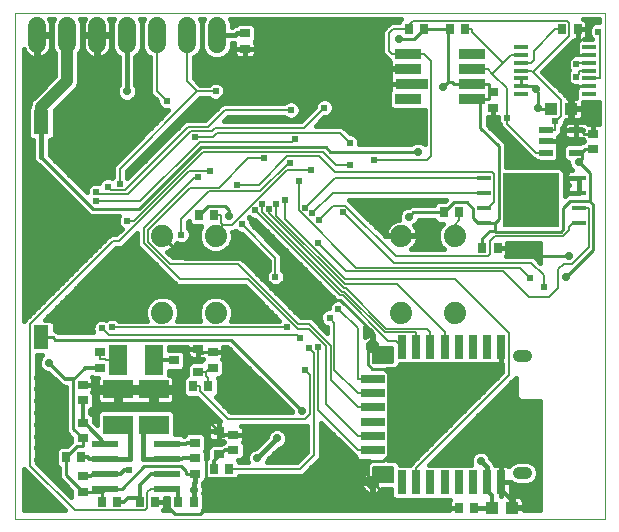
<source format=gtl>
G75*
%MOIN*%
%OFA0B0*%
%FSLAX25Y25*%
%IPPOS*%
%LPD*%
%AMOC8*
5,1,8,0,0,1.08239X$1,22.5*
%
%ADD10C,0.00000*%
%ADD11R,0.04724X0.02165*%
%ADD12R,0.08858X0.03543*%
%ADD13R,0.11024X0.03543*%
%ADD14R,0.18504X0.18110*%
%ADD15R,0.04724X0.01772*%
%ADD16R,0.03150X0.07874*%
%ADD17C,0.03937*%
%ADD18R,0.07874X0.03150*%
%ADD19C,0.00500*%
%ADD20C,0.03937*%
%ADD21R,0.08700X0.02400*%
%ADD22R,0.06299X0.10236*%
%ADD23R,0.10236X0.06299*%
%ADD24R,0.05118X0.07874*%
%ADD25R,0.03500X0.03100*%
%ADD26C,0.07400*%
%ADD27R,0.02756X0.03543*%
%ADD28R,0.03543X0.02756*%
%ADD29R,0.04961X0.01417*%
%ADD30R,0.04331X0.03937*%
%ADD31C,0.06000*%
%ADD32C,0.01000*%
%ADD33C,0.02775*%
%ADD34C,0.01181*%
%ADD35C,0.01600*%
%ADD36C,0.01575*%
%ADD37C,0.04000*%
%ADD38C,0.00600*%
%ADD39C,0.02400*%
D10*
X0001113Y0001800D02*
X0001113Y0170698D01*
X0197767Y0170698D01*
X0197767Y0001800D01*
X0001113Y0001800D01*
D11*
X0178081Y0124044D03*
X0178081Y0127784D03*
X0178081Y0131524D03*
X0188318Y0131524D03*
X0188318Y0124044D03*
D12*
X0153377Y0141957D03*
X0153377Y0146879D03*
X0153377Y0151997D03*
X0153377Y0156918D03*
X0132314Y0156918D03*
X0132314Y0151997D03*
X0132314Y0141957D03*
D13*
X0133396Y0146879D03*
D14*
X0173357Y0108099D03*
D15*
X0157609Y0105599D03*
X0157609Y0100599D03*
X0157609Y0110599D03*
X0157609Y0115599D03*
X0189105Y0115599D03*
X0189105Y0110599D03*
X0189105Y0105599D03*
X0189105Y0100599D03*
D16*
X0163278Y0059359D03*
X0158554Y0059359D03*
X0153830Y0059359D03*
X0149105Y0059359D03*
X0144381Y0059359D03*
X0139656Y0059359D03*
X0134932Y0059359D03*
X0130207Y0059359D03*
X0130207Y0014083D03*
X0134932Y0014083D03*
X0139656Y0014083D03*
X0144381Y0014083D03*
X0149105Y0014083D03*
X0153830Y0014083D03*
X0158554Y0014083D03*
X0163278Y0014083D03*
D17*
X0120365Y0014083D03*
X0120365Y0059359D03*
D18*
X0120365Y0048532D03*
X0120365Y0043808D03*
X0120365Y0039083D03*
X0120365Y0034359D03*
X0120365Y0029635D03*
X0120365Y0024910D03*
D19*
X0120365Y0019398D02*
X0126959Y0019398D01*
X0127353Y0019005D01*
X0127353Y0014083D01*
X0122333Y0014083D01*
X0122284Y0013645D01*
X0122139Y0013229D01*
X0121904Y0012856D01*
X0121592Y0012544D01*
X0121219Y0012310D01*
X0120803Y0012164D01*
X0120365Y0012115D01*
X0119927Y0012164D01*
X0119511Y0012310D01*
X0119138Y0012544D01*
X0118826Y0012856D01*
X0118591Y0013229D01*
X0118446Y0013645D01*
X0118396Y0014083D01*
X0118446Y0014521D01*
X0118591Y0014938D01*
X0118826Y0015311D01*
X0119138Y0015623D01*
X0119511Y0015857D01*
X0119927Y0016003D01*
X0120365Y0016052D01*
X0120365Y0019398D01*
X0120365Y0019248D02*
X0127110Y0019248D01*
X0127353Y0018749D02*
X0120365Y0018749D01*
X0120365Y0018251D02*
X0127353Y0018251D01*
X0127353Y0017752D02*
X0120365Y0017752D01*
X0120365Y0017254D02*
X0127353Y0017254D01*
X0127353Y0016755D02*
X0120365Y0016755D01*
X0120365Y0016257D02*
X0127353Y0016257D01*
X0127353Y0015758D02*
X0119354Y0015758D01*
X0118794Y0015260D02*
X0127353Y0015260D01*
X0127353Y0014761D02*
X0118530Y0014761D01*
X0118417Y0014263D02*
X0127353Y0014263D01*
X0122298Y0013764D02*
X0118432Y0013764D01*
X0118579Y0013266D02*
X0122151Y0013266D01*
X0121815Y0012767D02*
X0118915Y0012767D01*
X0119629Y0012269D02*
X0121101Y0012269D01*
X0120365Y0054044D02*
X0120365Y0057391D01*
X0119927Y0057440D01*
X0119511Y0057585D01*
X0119138Y0057820D01*
X0118826Y0058132D01*
X0127353Y0058132D01*
X0127353Y0058630D02*
X0118548Y0058630D01*
X0118591Y0058505D02*
X0118446Y0058921D01*
X0118396Y0059359D01*
X0118396Y0059556D01*
X0118441Y0059950D01*
X0118572Y0060325D01*
X0118783Y0060661D01*
X0119063Y0060941D01*
X0119399Y0061152D01*
X0119774Y0061283D01*
X0120168Y0061328D01*
X0120365Y0061328D01*
X0120803Y0061278D01*
X0121219Y0061133D01*
X0121592Y0060898D01*
X0121904Y0060586D01*
X0122139Y0060213D01*
X0122284Y0059797D01*
X0122333Y0059359D01*
X0127353Y0059359D01*
X0127353Y0054438D01*
X0126959Y0054044D01*
X0120365Y0054044D01*
X0120365Y0054144D02*
X0127059Y0054144D01*
X0127353Y0054642D02*
X0120365Y0054642D01*
X0120365Y0055141D02*
X0127353Y0055141D01*
X0127353Y0055639D02*
X0120365Y0055639D01*
X0120365Y0056138D02*
X0127353Y0056138D01*
X0127353Y0056636D02*
X0120365Y0056636D01*
X0120365Y0057135D02*
X0127353Y0057135D01*
X0127353Y0057633D02*
X0119435Y0057633D01*
X0118826Y0058132D02*
X0118591Y0058505D01*
X0118422Y0059129D02*
X0127353Y0059129D01*
X0122303Y0059627D02*
X0118404Y0059627D01*
X0118502Y0060126D02*
X0122169Y0060126D01*
X0121866Y0060624D02*
X0118760Y0060624D01*
X0119353Y0061123D02*
X0121235Y0061123D01*
D20*
X0169184Y0056209D02*
X0171546Y0056209D01*
X0169184Y0056209D02*
X0169184Y0056209D01*
X0171546Y0056209D01*
X0171546Y0056209D01*
X0171546Y0017233D02*
X0169184Y0017233D01*
X0169184Y0017233D01*
X0171546Y0017233D01*
X0171546Y0017233D01*
D21*
X0051767Y0017017D03*
X0051767Y0022017D03*
X0051767Y0027017D03*
X0051767Y0012017D03*
X0031167Y0012017D03*
X0031167Y0017017D03*
X0031167Y0022017D03*
X0031167Y0027017D03*
D22*
X0035562Y0054950D03*
X0047373Y0054950D03*
D23*
X0047373Y0045107D03*
X0035562Y0045107D03*
X0035562Y0033296D03*
X0047373Y0033296D03*
D24*
X0009971Y0062430D03*
X0009971Y0134083D03*
D25*
X0062200Y0058650D03*
X0054200Y0054850D03*
X0062200Y0051050D03*
X0069089Y0031091D03*
X0069089Y0023491D03*
X0061089Y0027291D03*
D26*
X0068084Y0070693D03*
X0050284Y0070693D03*
X0050284Y0096293D03*
X0068084Y0096293D03*
X0130008Y0096293D03*
X0147808Y0096293D03*
X0147808Y0070693D03*
X0130008Y0070693D03*
D27*
X0157019Y0092351D03*
X0162137Y0092351D03*
X0149341Y0104162D03*
X0144223Y0104162D03*
X0146192Y0165186D03*
X0151310Y0165186D03*
X0137530Y0165186D03*
X0132412Y0165186D03*
X0183593Y0165186D03*
X0188711Y0165186D03*
X0067648Y0103178D03*
X0062530Y0103178D03*
X0060562Y0046091D03*
X0065680Y0046091D03*
X0067452Y0018532D03*
X0072570Y0018532D03*
X0060759Y0007706D03*
X0055641Y0007706D03*
X0047963Y0007706D03*
X0042845Y0007706D03*
X0035168Y0007706D03*
X0030050Y0007706D03*
X0023357Y0022469D03*
X0018239Y0022469D03*
X0149144Y0005737D03*
X0154263Y0005737D03*
D28*
X0073948Y0024831D03*
X0073948Y0029950D03*
X0061152Y0022076D03*
X0061152Y0016957D03*
X0023751Y0016170D03*
X0023751Y0011052D03*
X0023751Y0028769D03*
X0023751Y0033887D03*
X0023751Y0041564D03*
X0023751Y0046682D03*
X0029656Y0052391D03*
X0029656Y0057509D03*
X0067058Y0057509D03*
X0067058Y0052391D03*
X0160562Y0139005D03*
X0160562Y0144123D03*
X0194026Y0130343D03*
X0194026Y0125225D03*
X0077885Y0158690D03*
X0077885Y0163808D03*
D29*
X0169814Y0159083D03*
X0169814Y0156524D03*
X0169814Y0153965D03*
X0169814Y0151406D03*
X0169814Y0148847D03*
X0169814Y0146288D03*
X0169814Y0143729D03*
X0192648Y0143729D03*
X0192648Y0146288D03*
X0192648Y0148847D03*
X0192648Y0151406D03*
X0192648Y0153965D03*
X0192648Y0156524D03*
X0192648Y0159083D03*
D30*
X0186546Y0138611D03*
X0179853Y0138611D03*
X0166861Y0005737D03*
X0160168Y0005737D03*
D31*
X0068515Y0160217D02*
X0068515Y0166217D01*
X0058515Y0166217D02*
X0058515Y0160217D01*
X0048515Y0160217D02*
X0048515Y0166217D01*
X0038515Y0166217D02*
X0038515Y0160217D01*
X0028515Y0160217D02*
X0028515Y0166217D01*
X0018515Y0166217D02*
X0018515Y0160217D01*
X0008515Y0160217D02*
X0008515Y0166217D01*
D32*
X0009971Y0122495D02*
X0027211Y0105255D01*
X0042478Y0105255D01*
X0063083Y0125861D01*
X0104750Y0125861D01*
X0106260Y0124351D01*
X0135455Y0124351D01*
X0147511Y0107450D02*
X0144223Y0104162D01*
X0133971Y0104162D01*
X0132504Y0102695D01*
X0147511Y0107450D02*
X0151707Y0107450D01*
X0153959Y0105198D01*
X0153959Y0102082D01*
X0155442Y0100599D01*
X0157609Y0100599D01*
X0161259Y0100599D01*
X0161259Y0097757D01*
X0159365Y0097757D01*
X0157019Y0095410D01*
X0157019Y0092351D01*
X0162137Y0092351D02*
X0164802Y0092351D01*
X0165294Y0092843D01*
X0165951Y0092843D01*
X0169070Y0089724D01*
X0185953Y0089724D01*
X0184959Y0082610D02*
X0193968Y0091619D01*
X0193968Y0106579D01*
X0192757Y0107790D01*
X0192757Y0117122D01*
X0189036Y0120843D01*
X0190143Y0121950D01*
X0190143Y0124044D01*
X0188318Y0124044D01*
X0190143Y0124044D02*
X0190967Y0124869D01*
X0190967Y0125225D01*
X0194026Y0125225D01*
X0194026Y0130343D02*
X0190967Y0130343D01*
X0189786Y0131524D01*
X0188318Y0131524D01*
X0184693Y0131524D01*
X0184693Y0133502D01*
X0186546Y0135355D01*
X0186546Y0138611D01*
X0186546Y0141867D01*
X0186546Y0145247D01*
X0187840Y0145247D01*
X0188881Y0146288D01*
X0192648Y0146288D01*
X0186546Y0145247D02*
X0185777Y0146016D01*
X0185777Y0154625D01*
X0187676Y0156524D01*
X0188881Y0156524D01*
X0192648Y0156524D01*
X0188881Y0156524D02*
X0188881Y0157817D01*
X0188711Y0157987D01*
X0188711Y0162127D01*
X0188711Y0165186D01*
X0188711Y0157987D02*
X0187546Y0157987D01*
X0174720Y0145297D02*
X0175139Y0144731D01*
X0173582Y0146288D01*
X0169814Y0146288D01*
X0169814Y0148847D01*
X0175139Y0144731D02*
X0175572Y0144297D01*
X0175572Y0138752D01*
X0176259Y0138752D01*
X0176400Y0138611D01*
X0179853Y0138611D01*
X0184693Y0131524D02*
X0181731Y0128562D01*
X0181731Y0127784D01*
X0178081Y0127784D01*
X0181731Y0127784D02*
X0181731Y0120669D01*
X0175678Y0120669D01*
X0160562Y0135785D01*
X0160562Y0139005D01*
X0159093Y0141957D02*
X0159093Y0144123D01*
X0160562Y0144123D01*
X0159093Y0144123D02*
X0159093Y0146879D01*
X0153377Y0146879D01*
X0147660Y0146879D01*
X0146939Y0147600D01*
X0145538Y0147600D01*
X0145538Y0164507D01*
X0144859Y0165186D01*
X0146192Y0165186D01*
X0144859Y0165186D02*
X0143526Y0165186D01*
X0137530Y0165186D01*
X0135532Y0163187D01*
X0135384Y0163187D01*
X0134252Y0162055D01*
X0129029Y0162055D01*
X0135384Y0163187D02*
X0135384Y0163187D01*
X0132314Y0151997D02*
X0126597Y0151997D01*
X0126597Y0146879D01*
X0133396Y0146879D01*
X0126597Y0146879D02*
X0125789Y0146070D01*
X0126597Y0151997D02*
X0108178Y0151997D01*
X0107806Y0152369D01*
X0081540Y0152369D01*
X0080554Y0153355D01*
X0062289Y0135091D01*
X0080554Y0153355D02*
X0077885Y0156024D01*
X0077885Y0158690D01*
X0071151Y0106237D02*
X0065589Y0106237D01*
X0062530Y0103178D01*
X0071151Y0106237D02*
X0072570Y0104818D01*
X0072570Y0103965D01*
X0072542Y0103075D01*
X0077954Y0088575D02*
X0058002Y0088575D01*
X0050284Y0096293D01*
X0077954Y0088575D02*
X0090860Y0075668D01*
X0097418Y0075668D01*
X0097603Y0074893D01*
X0109668Y0074893D01*
X0120365Y0064196D01*
X0120365Y0059359D01*
X0118846Y0057841D01*
X0118846Y0053531D01*
X0120359Y0052019D01*
X0124219Y0052019D01*
X0125600Y0050637D01*
X0159781Y0050637D01*
X0163278Y0054135D01*
X0163278Y0059359D01*
X0125600Y0050637D02*
X0125600Y0022788D01*
X0123892Y0021080D01*
X0119925Y0021080D01*
X0118856Y0020011D01*
X0118856Y0015592D01*
X0120365Y0014083D01*
X0128711Y0005737D01*
X0149144Y0005737D01*
X0159934Y0007365D02*
X0160168Y0007365D01*
X0160168Y0005737D01*
X0158554Y0011395D02*
X0158554Y0014083D01*
X0163278Y0014083D02*
X0163278Y0011721D01*
X0118856Y0015592D02*
X0118718Y0015455D01*
X0064786Y0015455D01*
X0064786Y0024349D01*
X0068690Y0028253D01*
X0069089Y0028652D01*
X0069089Y0029672D01*
X0069089Y0031091D01*
X0066252Y0033928D01*
X0054613Y0045567D01*
X0054613Y0048610D01*
X0061815Y0055812D01*
X0062200Y0055812D01*
X0062200Y0057231D01*
X0062200Y0058650D01*
X0062200Y0057231D02*
X0063721Y0057231D01*
X0063999Y0057509D01*
X0067058Y0057509D01*
X0073038Y0061685D02*
X0096813Y0037910D01*
X0070889Y0029950D02*
X0070611Y0029672D01*
X0069089Y0029672D01*
X0058093Y0018072D02*
X0058093Y0016957D01*
X0061152Y0016957D01*
X0060759Y0013898D02*
X0060759Y0013611D01*
X0060759Y0011643D01*
X0064786Y0015455D02*
X0064786Y0005500D01*
X0062978Y0003692D01*
X0054642Y0003692D01*
X0050629Y0007706D01*
X0047963Y0007706D01*
X0036805Y0012017D02*
X0044292Y0019504D01*
X0056661Y0019504D01*
X0058093Y0018072D01*
X0064786Y0015455D02*
X0064786Y0015455D01*
X0036805Y0012017D02*
X0031167Y0012017D01*
X0030203Y0011052D01*
X0027839Y0011052D01*
X0023751Y0011052D01*
X0018239Y0016564D01*
X0018239Y0022469D01*
X0021873Y0026103D01*
X0023751Y0026103D01*
X0023751Y0028769D01*
X0020679Y0031840D01*
X0020679Y0048603D01*
X0024466Y0052391D01*
X0023751Y0046682D02*
X0026810Y0046682D01*
X0028385Y0045107D01*
X0035562Y0045107D01*
X0014563Y0061685D02*
X0073038Y0061685D01*
X0029763Y0011052D02*
X0027839Y0011052D01*
X0029763Y0011052D02*
X0030050Y0010765D01*
X0030050Y0007706D01*
X0014563Y0061685D02*
X0013818Y0062430D01*
X0009971Y0062430D01*
X0143695Y0145757D02*
X0145538Y0147600D01*
X0153377Y0141957D02*
X0156235Y0141957D01*
X0159093Y0141957D01*
X0156235Y0141957D02*
X0156235Y0132310D01*
X0162460Y0126084D01*
X0162460Y0101801D01*
X0161259Y0100599D01*
X0161259Y0097757D02*
X0161280Y0097736D01*
X0183142Y0097736D01*
X0183897Y0098490D01*
X0183897Y0105464D01*
X0186222Y0107790D01*
X0192757Y0107790D01*
X0189105Y0110599D02*
X0185455Y0110599D01*
X0185455Y0115599D01*
X0185926Y0115599D01*
X0189105Y0115599D01*
X0185926Y0115666D02*
X0185926Y0115599D01*
X0185926Y0115666D02*
X0182079Y0119514D01*
X0181731Y0119861D01*
X0181731Y0120669D01*
D33*
X0182079Y0119514D03*
X0175678Y0120669D03*
X0189036Y0120843D03*
X0175572Y0138752D03*
X0174720Y0145297D03*
X0187546Y0157987D03*
X0143695Y0145757D03*
X0125789Y0146070D03*
X0119223Y0159280D03*
X0113318Y0159280D03*
X0113318Y0165186D03*
X0119223Y0165186D03*
X0129029Y0162055D03*
X0107412Y0165186D03*
X0101507Y0165186D03*
X0095601Y0165186D03*
X0089696Y0165186D03*
X0089696Y0159280D03*
X0095601Y0159280D03*
X0083790Y0159280D03*
X0083790Y0165186D03*
X0107806Y0152369D03*
X0135455Y0124351D03*
X0132504Y0102695D03*
X0165951Y0092843D03*
X0185953Y0089724D03*
X0184959Y0082610D03*
X0160562Y0051013D03*
X0154656Y0051013D03*
X0154656Y0047076D03*
X0154656Y0043139D03*
X0148751Y0043139D03*
X0148751Y0047076D03*
X0148751Y0051013D03*
X0136940Y0051013D03*
X0136940Y0047076D03*
X0136940Y0043139D03*
X0136940Y0039202D03*
X0131034Y0039202D03*
X0131034Y0043139D03*
X0131034Y0047076D03*
X0131034Y0051013D03*
X0131034Y0035265D03*
X0131034Y0031328D03*
X0136940Y0027391D03*
X0142845Y0031328D03*
X0148751Y0027391D03*
X0148751Y0023454D03*
X0154656Y0027391D03*
X0154656Y0031328D03*
X0160562Y0031328D03*
X0160562Y0035265D03*
X0166467Y0035265D03*
X0166467Y0031328D03*
X0166467Y0027391D03*
X0166467Y0023454D03*
X0164701Y0020118D03*
X0160562Y0027391D03*
X0156428Y0021288D03*
X0174341Y0023454D03*
X0174341Y0027391D03*
X0174341Y0031328D03*
X0174341Y0035265D03*
X0174341Y0039202D03*
X0166467Y0039202D03*
X0160562Y0039202D03*
X0148751Y0039202D03*
X0099538Y0080540D03*
X0097418Y0075668D03*
X0093633Y0074635D03*
X0077954Y0088575D03*
X0072542Y0103075D03*
X0042452Y0090383D03*
X0042452Y0086446D03*
X0042452Y0082509D03*
X0042452Y0078572D03*
X0038515Y0078572D03*
X0038515Y0082509D03*
X0038515Y0086446D03*
X0038515Y0090383D03*
X0038515Y0074635D03*
X0042452Y0074635D03*
X0042452Y0070698D03*
X0038515Y0070698D03*
X0012523Y0053963D03*
X0008987Y0049044D03*
X0008987Y0045107D03*
X0008987Y0041170D03*
X0008987Y0037233D03*
X0008987Y0033296D03*
X0008987Y0029359D03*
X0008987Y0025422D03*
X0008987Y0021485D03*
X0012924Y0021485D03*
X0012924Y0025422D03*
X0012924Y0029359D03*
X0012924Y0033296D03*
X0012924Y0017548D03*
X0008987Y0009674D03*
X0008987Y0005737D03*
X0005050Y0005737D03*
X0005050Y0009674D03*
X0005050Y0013611D03*
X0012924Y0005737D03*
X0056231Y0033296D03*
X0060168Y0033296D03*
X0060168Y0037233D03*
X0056231Y0037233D03*
X0056231Y0041170D03*
X0060168Y0041170D03*
X0064105Y0037233D03*
X0071979Y0041170D03*
X0071979Y0045107D03*
X0071979Y0049044D03*
X0071979Y0052981D03*
X0075916Y0052981D03*
X0075916Y0049044D03*
X0075916Y0045107D03*
X0075916Y0041170D03*
X0088515Y0028769D03*
X0082019Y0022272D03*
X0096813Y0037910D03*
X0071979Y0056918D03*
X0060759Y0011643D03*
X0008987Y0074635D03*
X0008987Y0078572D03*
X0008987Y0082509D03*
X0008987Y0086446D03*
X0008987Y0090383D03*
X0008987Y0094320D03*
X0008987Y0098257D03*
X0008987Y0102194D03*
X0008987Y0106131D03*
X0008987Y0110068D03*
X0008987Y0114005D03*
X0008987Y0117942D03*
X0030641Y0137627D03*
X0034578Y0137627D03*
X0038515Y0137627D03*
X0042452Y0137627D03*
X0046389Y0137627D03*
X0038505Y0144438D03*
X0030641Y0141564D03*
X0062289Y0135091D03*
D34*
X0054200Y0054850D02*
X0051550Y0054850D01*
X0051450Y0054950D01*
X0047373Y0054950D01*
X0047373Y0045107D02*
X0053778Y0045107D01*
X0054239Y0045567D01*
X0054613Y0045567D01*
X0047373Y0045107D02*
X0035562Y0045107D01*
X0029656Y0052391D02*
X0024466Y0052391D01*
X0020679Y0048603D02*
X0017883Y0048603D01*
X0012523Y0053963D01*
X0023751Y0041564D02*
X0023751Y0033887D01*
X0024060Y0034083D01*
X0025438Y0032746D01*
X0031167Y0027017D01*
X0035562Y0031412D02*
X0035562Y0033296D01*
X0035776Y0031215D02*
X0039370Y0031164D01*
X0043761Y0031164D02*
X0047159Y0031805D01*
X0047570Y0031609D01*
X0047373Y0033296D01*
X0051767Y0027017D02*
X0058165Y0027017D01*
X0058439Y0027291D01*
X0061089Y0027291D01*
X0061152Y0022076D02*
X0057076Y0022076D01*
X0057017Y0022017D01*
X0054392Y0022017D01*
X0051767Y0017017D02*
X0046517Y0017017D01*
X0046517Y0017002D02*
X0042845Y0013330D01*
X0042845Y0009017D01*
X0038758Y0009017D01*
X0037446Y0007706D01*
X0035168Y0007706D01*
X0036417Y0017017D02*
X0031167Y0017017D01*
X0027269Y0017017D02*
X0026422Y0016170D01*
X0025040Y0016170D01*
X0025917Y0022017D02*
X0031167Y0022017D01*
X0025917Y0022187D02*
X0025635Y0022469D01*
X0023357Y0022469D01*
X0036417Y0017017D02*
X0037644Y0018243D01*
X0039066Y0018243D01*
X0055443Y0011754D02*
X0055641Y0011165D01*
X0055641Y0007706D01*
X0067452Y0018532D02*
X0067452Y0021204D01*
X0069089Y0022842D01*
X0069935Y0023491D02*
X0071276Y0024831D01*
X0073948Y0024831D01*
X0073948Y0029950D02*
X0070889Y0029950D01*
X0158554Y0011395D02*
X0160168Y0009780D01*
X0160168Y0007365D01*
X0163278Y0011721D02*
X0163278Y0019308D01*
X0163892Y0019308D01*
X0164701Y0020118D01*
X0163278Y0011721D02*
X0166861Y0008139D01*
X0166861Y0005737D01*
D35*
X0158554Y0014083D02*
X0158554Y0019308D01*
X0156574Y0021288D01*
X0088515Y0028769D02*
X0082019Y0022272D01*
X0061152Y0016957D02*
X0061152Y0014292D01*
X0060759Y0013898D01*
X0060759Y0013611D02*
X0060759Y0011643D01*
X0060759Y0007706D01*
X0051767Y0022017D02*
X0043761Y0022017D01*
X0043761Y0031164D01*
X0039370Y0031164D02*
X0039370Y0022017D01*
X0033492Y0022017D01*
X0038505Y0144438D02*
X0038505Y0149424D01*
X0038515Y0155930D01*
X0038515Y0163217D01*
X0068515Y0163217D02*
X0074622Y0163217D01*
X0075213Y0163808D01*
X0077885Y0163808D01*
D36*
X0074712Y0166595D02*
X0074659Y0166595D01*
X0073634Y0166171D01*
X0073502Y0166039D01*
X0073502Y0167209D01*
X0072880Y0168710D01*
X0129976Y0168710D01*
X0129047Y0167781D01*
X0129047Y0167473D01*
X0126390Y0167473D01*
X0125492Y0166575D01*
X0124996Y0166079D01*
X0124554Y0165638D01*
X0123656Y0164740D01*
X0123656Y0157011D01*
X0124461Y0156206D01*
X0124996Y0155672D01*
X0124996Y0155672D01*
X0125186Y0155482D01*
X0125897Y0154771D01*
X0125897Y0154323D01*
X0126122Y0154098D01*
X0126097Y0154004D01*
X0126097Y0152095D01*
X0132215Y0152095D01*
X0132215Y0151898D01*
X0126097Y0151898D01*
X0126097Y0149990D01*
X0126219Y0149535D01*
X0126275Y0149438D01*
X0126219Y0149340D01*
X0126097Y0148886D01*
X0126097Y0146977D01*
X0133298Y0146977D01*
X0133298Y0146780D01*
X0126097Y0146780D01*
X0126097Y0144872D01*
X0126122Y0144778D01*
X0125897Y0144552D01*
X0125897Y0139363D01*
X0127061Y0138198D01*
X0137566Y0138198D01*
X0137710Y0138342D01*
X0137710Y0126869D01*
X0137366Y0127212D01*
X0136126Y0127726D01*
X0134783Y0127726D01*
X0133543Y0127212D01*
X0133169Y0126838D01*
X0115990Y0126838D01*
X0115990Y0127900D01*
X0115504Y0129071D01*
X0114608Y0129968D01*
X0113436Y0130453D01*
X0112850Y0130453D01*
X0111718Y0131584D01*
X0110378Y0132924D01*
X0101407Y0132924D01*
X0104332Y0135849D01*
X0104918Y0135849D01*
X0106090Y0136334D01*
X0106986Y0137231D01*
X0107472Y0138402D01*
X0107472Y0139670D01*
X0106986Y0140842D01*
X0106090Y0141739D01*
X0104918Y0142224D01*
X0103650Y0142224D01*
X0102479Y0141739D01*
X0101582Y0140842D01*
X0101097Y0139670D01*
X0101097Y0139084D01*
X0096693Y0134680D01*
X0070972Y0134680D01*
X0072253Y0135961D01*
X0090979Y0135961D01*
X0091394Y0135546D01*
X0092566Y0135061D01*
X0093834Y0135061D01*
X0095005Y0135546D01*
X0095902Y0136443D01*
X0096387Y0137614D01*
X0096387Y0138882D01*
X0095902Y0140054D01*
X0095005Y0140950D01*
X0093834Y0141435D01*
X0092566Y0141435D01*
X0091394Y0140950D01*
X0090979Y0140535D01*
X0070358Y0140535D01*
X0069018Y0139196D01*
X0064633Y0134810D01*
X0057813Y0134810D01*
X0057490Y0134487D01*
X0038691Y0115689D01*
X0038449Y0115932D01*
X0038449Y0117773D01*
X0062840Y0142165D01*
X0065834Y0142165D01*
X0066249Y0141750D01*
X0067420Y0141265D01*
X0068688Y0141265D01*
X0069860Y0141750D01*
X0070756Y0142647D01*
X0071242Y0143818D01*
X0071242Y0145086D01*
X0070756Y0146258D01*
X0069860Y0147155D01*
X0068688Y0147640D01*
X0067420Y0147640D01*
X0066249Y0147155D01*
X0065834Y0146740D01*
X0062840Y0146740D01*
X0060802Y0148778D01*
X0060802Y0155766D01*
X0061340Y0155989D01*
X0062743Y0157392D01*
X0063502Y0159225D01*
X0063502Y0167209D01*
X0062880Y0168710D01*
X0064149Y0168710D01*
X0063527Y0167209D01*
X0063527Y0159225D01*
X0064286Y0157392D01*
X0065689Y0155989D01*
X0067523Y0155230D01*
X0069507Y0155230D01*
X0071340Y0155989D01*
X0072743Y0157392D01*
X0073502Y0159225D01*
X0073502Y0160430D01*
X0074360Y0160430D01*
X0074326Y0160303D01*
X0074326Y0158690D01*
X0077885Y0158690D01*
X0081444Y0158690D01*
X0081444Y0160303D01*
X0081322Y0160758D01*
X0081129Y0161092D01*
X0081644Y0161607D01*
X0081644Y0166009D01*
X0080480Y0167173D01*
X0075290Y0167173D01*
X0074712Y0166595D01*
X0075115Y0166998D02*
X0073502Y0166998D01*
X0072938Y0168571D02*
X0129838Y0168571D01*
X0125915Y0166998D02*
X0080655Y0166998D01*
X0081644Y0165425D02*
X0124342Y0165425D01*
X0124996Y0166079D02*
X0124996Y0166079D01*
X0123656Y0163851D02*
X0081644Y0163851D01*
X0081644Y0162278D02*
X0123656Y0162278D01*
X0123656Y0160705D02*
X0081336Y0160705D01*
X0081444Y0159131D02*
X0123656Y0159131D01*
X0123656Y0157558D02*
X0081444Y0157558D01*
X0081444Y0157076D02*
X0081444Y0158690D01*
X0077885Y0158690D01*
X0077885Y0158690D01*
X0077885Y0155524D01*
X0079892Y0155524D01*
X0080346Y0155646D01*
X0080754Y0155882D01*
X0081087Y0156214D01*
X0081322Y0156622D01*
X0081444Y0157076D01*
X0080857Y0155985D02*
X0124683Y0155985D01*
X0125897Y0154412D02*
X0060802Y0154412D01*
X0060802Y0152838D02*
X0126097Y0152838D01*
X0126097Y0151265D02*
X0060802Y0151265D01*
X0060802Y0149692D02*
X0126177Y0149692D01*
X0126097Y0148118D02*
X0061462Y0148118D01*
X0062500Y0141825D02*
X0066174Y0141825D01*
X0069934Y0141825D02*
X0102687Y0141825D01*
X0101338Y0140252D02*
X0095704Y0140252D01*
X0096387Y0138678D02*
X0100691Y0138678D01*
X0099118Y0137105D02*
X0096176Y0137105D01*
X0094971Y0135532D02*
X0097545Y0135532D01*
X0102441Y0133958D02*
X0137710Y0133958D01*
X0137710Y0132385D02*
X0110917Y0132385D01*
X0112491Y0130812D02*
X0137710Y0130812D01*
X0137710Y0129238D02*
X0115337Y0129238D01*
X0115990Y0127665D02*
X0134637Y0127665D01*
X0136273Y0127665D02*
X0137710Y0127665D01*
X0137710Y0135532D02*
X0104014Y0135532D01*
X0106861Y0137105D02*
X0137710Y0137105D01*
X0126581Y0138678D02*
X0107472Y0138678D01*
X0107231Y0140252D02*
X0125897Y0140252D01*
X0125897Y0141825D02*
X0105881Y0141825D01*
X0091428Y0135532D02*
X0071824Y0135532D01*
X0068500Y0138678D02*
X0059354Y0138678D01*
X0057780Y0137105D02*
X0066927Y0137105D01*
X0065354Y0135532D02*
X0056207Y0135532D01*
X0056961Y0133958D02*
X0054634Y0133958D01*
X0055387Y0132385D02*
X0053060Y0132385D01*
X0053814Y0130812D02*
X0051487Y0130812D01*
X0052241Y0129238D02*
X0049914Y0129238D01*
X0050667Y0127665D02*
X0048340Y0127665D01*
X0049094Y0126092D02*
X0046767Y0126092D01*
X0047521Y0124519D02*
X0045194Y0124519D01*
X0045947Y0122945D02*
X0043621Y0122945D01*
X0044374Y0121372D02*
X0042047Y0121372D01*
X0042801Y0119799D02*
X0040474Y0119799D01*
X0041228Y0118225D02*
X0038901Y0118225D01*
X0038449Y0116652D02*
X0039654Y0116652D01*
X0034267Y0120061D02*
X0033874Y0119668D01*
X0033874Y0115932D01*
X0033518Y0115576D01*
X0032786Y0115878D01*
X0031518Y0115878D01*
X0030347Y0115393D01*
X0029450Y0114497D01*
X0029184Y0113854D01*
X0028874Y0113983D01*
X0027606Y0113983D01*
X0026435Y0113498D01*
X0025538Y0112601D01*
X0025053Y0111429D01*
X0025053Y0110931D01*
X0012746Y0123238D01*
X0012746Y0128159D01*
X0013354Y0128159D01*
X0014518Y0129323D01*
X0014518Y0138215D01*
X0021895Y0145593D01*
X0022502Y0147058D01*
X0022502Y0157151D01*
X0022743Y0157392D01*
X0023502Y0159225D01*
X0023502Y0167209D01*
X0022880Y0168710D01*
X0024412Y0168710D01*
X0024078Y0168055D01*
X0023845Y0167338D01*
X0023727Y0166594D01*
X0023727Y0163430D01*
X0028302Y0163430D01*
X0028302Y0163005D01*
X0023727Y0163005D01*
X0023727Y0159841D01*
X0023845Y0159096D01*
X0024078Y0158380D01*
X0024420Y0157708D01*
X0024863Y0157099D01*
X0025396Y0156566D01*
X0026005Y0156123D01*
X0026677Y0155781D01*
X0027394Y0155548D01*
X0028138Y0155430D01*
X0028302Y0155430D01*
X0028302Y0163005D01*
X0028727Y0163005D01*
X0028727Y0163430D01*
X0033302Y0163430D01*
X0033302Y0166594D01*
X0033184Y0167338D01*
X0032951Y0168055D01*
X0032617Y0168710D01*
X0034149Y0168710D01*
X0033527Y0167209D01*
X0033527Y0159225D01*
X0034286Y0157392D01*
X0035689Y0155989D01*
X0035727Y0155974D01*
X0035727Y0155930D01*
X0035719Y0149981D01*
X0035718Y0149979D01*
X0035718Y0149423D01*
X0035717Y0148874D01*
X0035718Y0148872D01*
X0035718Y0146423D01*
X0035644Y0146349D01*
X0035130Y0145109D01*
X0035130Y0143766D01*
X0035644Y0142526D01*
X0036594Y0141577D01*
X0037834Y0141063D01*
X0039177Y0141063D01*
X0040417Y0141577D01*
X0041366Y0142526D01*
X0041880Y0143766D01*
X0041880Y0145109D01*
X0041366Y0146349D01*
X0041293Y0146423D01*
X0041293Y0149424D01*
X0041301Y0155374D01*
X0041302Y0155375D01*
X0041302Y0155931D01*
X0041302Y0155974D01*
X0041340Y0155989D01*
X0042743Y0157392D01*
X0043502Y0159225D01*
X0043502Y0167209D01*
X0042880Y0168710D01*
X0044149Y0168710D01*
X0043527Y0167209D01*
X0043527Y0159225D01*
X0044286Y0157392D01*
X0045689Y0155989D01*
X0046227Y0155766D01*
X0046227Y0143629D01*
X0048569Y0141287D01*
X0048569Y0140700D01*
X0049054Y0139529D01*
X0049951Y0138632D01*
X0051122Y0138147D01*
X0052353Y0138147D01*
X0034267Y0120061D01*
X0034004Y0119799D02*
X0016185Y0119799D01*
X0014612Y0121372D02*
X0035578Y0121372D01*
X0037151Y0122945D02*
X0013039Y0122945D01*
X0012746Y0124519D02*
X0038724Y0124519D01*
X0040297Y0126092D02*
X0012746Y0126092D01*
X0012746Y0127665D02*
X0041871Y0127665D01*
X0043444Y0129238D02*
X0014433Y0129238D01*
X0014518Y0130812D02*
X0045017Y0130812D01*
X0046591Y0132385D02*
X0014518Y0132385D01*
X0014518Y0133958D02*
X0048164Y0133958D01*
X0049737Y0135532D02*
X0014518Y0135532D01*
X0014518Y0137105D02*
X0051311Y0137105D01*
X0049905Y0138678D02*
X0014981Y0138678D01*
X0016554Y0140252D02*
X0048755Y0140252D01*
X0048031Y0141825D02*
X0040665Y0141825D01*
X0041728Y0143398D02*
X0046457Y0143398D01*
X0046227Y0144972D02*
X0041880Y0144972D01*
X0041293Y0146545D02*
X0046227Y0146545D01*
X0046227Y0148118D02*
X0041293Y0148118D01*
X0041293Y0149692D02*
X0046227Y0149692D01*
X0046227Y0151265D02*
X0041295Y0151265D01*
X0041298Y0152838D02*
X0046227Y0152838D01*
X0046227Y0154412D02*
X0041300Y0154412D01*
X0041329Y0155985D02*
X0045700Y0155985D01*
X0044218Y0157558D02*
X0042811Y0157558D01*
X0043463Y0159131D02*
X0043566Y0159131D01*
X0043527Y0160705D02*
X0043502Y0160705D01*
X0043502Y0162278D02*
X0043527Y0162278D01*
X0043502Y0163851D02*
X0043527Y0163851D01*
X0043502Y0165425D02*
X0043527Y0165425D01*
X0043502Y0166998D02*
X0043527Y0166998D01*
X0044091Y0168571D02*
X0042938Y0168571D01*
X0034091Y0168571D02*
X0032688Y0168571D01*
X0033238Y0166998D02*
X0033527Y0166998D01*
X0033527Y0165425D02*
X0033302Y0165425D01*
X0033302Y0163851D02*
X0033527Y0163851D01*
X0033302Y0163005D02*
X0028727Y0163005D01*
X0028727Y0155430D01*
X0028891Y0155430D01*
X0029636Y0155548D01*
X0030352Y0155781D01*
X0031024Y0156123D01*
X0031633Y0156566D01*
X0032166Y0157099D01*
X0032609Y0157708D01*
X0032951Y0158380D01*
X0033184Y0159096D01*
X0033302Y0159841D01*
X0033302Y0163005D01*
X0033302Y0162278D02*
X0033527Y0162278D01*
X0033527Y0160705D02*
X0033302Y0160705D01*
X0033190Y0159131D02*
X0033566Y0159131D01*
X0034218Y0157558D02*
X0032500Y0157558D01*
X0030753Y0155985D02*
X0035700Y0155985D01*
X0035725Y0154412D02*
X0022502Y0154412D01*
X0022502Y0155985D02*
X0026276Y0155985D01*
X0028302Y0155985D02*
X0028727Y0155985D01*
X0028727Y0157558D02*
X0028302Y0157558D01*
X0028302Y0159131D02*
X0028727Y0159131D01*
X0028727Y0160705D02*
X0028302Y0160705D01*
X0028302Y0162278D02*
X0028727Y0162278D01*
X0023727Y0162278D02*
X0023502Y0162278D01*
X0023502Y0160705D02*
X0023727Y0160705D01*
X0023839Y0159131D02*
X0023463Y0159131D01*
X0022811Y0157558D02*
X0024529Y0157558D01*
X0022502Y0152838D02*
X0035723Y0152838D01*
X0035720Y0151265D02*
X0022502Y0151265D01*
X0022502Y0149692D02*
X0035718Y0149692D01*
X0035718Y0148118D02*
X0022502Y0148118D01*
X0022289Y0146545D02*
X0035718Y0146545D01*
X0035130Y0144972D02*
X0021274Y0144972D01*
X0019701Y0143398D02*
X0035283Y0143398D01*
X0036345Y0141825D02*
X0018127Y0141825D01*
X0013143Y0148118D02*
X0004066Y0148118D01*
X0004066Y0146545D02*
X0011569Y0146545D01*
X0009996Y0144972D02*
X0004066Y0144972D01*
X0004066Y0143398D02*
X0008423Y0143398D01*
X0007713Y0142688D02*
X0006591Y0141567D01*
X0005984Y0140101D01*
X0005984Y0139403D01*
X0005425Y0138844D01*
X0005425Y0129323D01*
X0006589Y0128159D01*
X0007196Y0128159D01*
X0007196Y0121943D01*
X0007619Y0120923D01*
X0008399Y0120143D01*
X0009093Y0119855D01*
X0025802Y0103147D01*
X0026716Y0102768D01*
X0035781Y0102768D01*
X0035410Y0101873D01*
X0035410Y0100605D01*
X0035895Y0099434D01*
X0036758Y0098571D01*
X0034944Y0096758D01*
X0033010Y0096758D01*
X0005359Y0069107D01*
X0004066Y0067814D01*
X0004066Y0158417D01*
X0004078Y0158380D01*
X0004420Y0157708D01*
X0004863Y0157099D01*
X0005396Y0156566D01*
X0006005Y0156123D01*
X0006677Y0155781D01*
X0007394Y0155548D01*
X0008138Y0155430D01*
X0008302Y0155430D01*
X0008302Y0163005D01*
X0008727Y0163005D01*
X0008727Y0163430D01*
X0013302Y0163430D01*
X0013302Y0166594D01*
X0013184Y0167338D01*
X0012951Y0168055D01*
X0012617Y0168710D01*
X0014149Y0168710D01*
X0013527Y0167209D01*
X0013527Y0159225D01*
X0014286Y0157392D01*
X0014527Y0157151D01*
X0014527Y0149503D01*
X0007713Y0142688D01*
X0006849Y0141825D02*
X0004066Y0141825D01*
X0004066Y0140252D02*
X0006046Y0140252D01*
X0005425Y0138678D02*
X0004066Y0138678D01*
X0004066Y0137105D02*
X0005425Y0137105D01*
X0005425Y0135532D02*
X0004066Y0135532D01*
X0004066Y0133958D02*
X0005425Y0133958D01*
X0005425Y0132385D02*
X0004066Y0132385D01*
X0004066Y0130812D02*
X0005425Y0130812D01*
X0005510Y0129238D02*
X0004066Y0129238D01*
X0004066Y0127665D02*
X0007196Y0127665D01*
X0007196Y0126092D02*
X0004066Y0126092D01*
X0004066Y0124519D02*
X0007196Y0124519D01*
X0007196Y0122945D02*
X0004066Y0122945D01*
X0004066Y0121372D02*
X0007433Y0121372D01*
X0009150Y0119799D02*
X0004066Y0119799D01*
X0004066Y0118225D02*
X0010723Y0118225D01*
X0012297Y0116652D02*
X0004066Y0116652D01*
X0004066Y0115079D02*
X0013870Y0115079D01*
X0015443Y0113505D02*
X0004066Y0113505D01*
X0004066Y0111932D02*
X0017017Y0111932D01*
X0018590Y0110359D02*
X0004066Y0110359D01*
X0004066Y0108785D02*
X0020163Y0108785D01*
X0021737Y0107212D02*
X0004066Y0107212D01*
X0004066Y0105639D02*
X0023310Y0105639D01*
X0024883Y0104065D02*
X0004066Y0104065D01*
X0004066Y0102492D02*
X0035667Y0102492D01*
X0035410Y0100919D02*
X0004066Y0100919D01*
X0004066Y0099345D02*
X0035983Y0099345D01*
X0035959Y0097772D02*
X0004066Y0097772D01*
X0004066Y0096199D02*
X0032451Y0096199D01*
X0030878Y0094626D02*
X0004066Y0094626D01*
X0004066Y0093052D02*
X0029304Y0093052D01*
X0027731Y0091479D02*
X0004066Y0091479D01*
X0004066Y0089906D02*
X0026158Y0089906D01*
X0024584Y0088332D02*
X0004066Y0088332D01*
X0004066Y0086759D02*
X0023011Y0086759D01*
X0021438Y0085186D02*
X0004066Y0085186D01*
X0004066Y0083612D02*
X0019864Y0083612D01*
X0018291Y0082039D02*
X0004066Y0082039D01*
X0004066Y0080466D02*
X0016718Y0080466D01*
X0015144Y0078892D02*
X0004066Y0078892D01*
X0004066Y0077319D02*
X0013571Y0077319D01*
X0011998Y0075746D02*
X0004066Y0075746D01*
X0004066Y0074172D02*
X0010424Y0074172D01*
X0008851Y0072599D02*
X0004066Y0072599D01*
X0004066Y0071026D02*
X0007278Y0071026D01*
X0005705Y0069453D02*
X0004066Y0069453D01*
X0004066Y0067879D02*
X0004131Y0067879D01*
X0011076Y0068354D02*
X0034905Y0092183D01*
X0036839Y0092183D01*
X0038179Y0093523D01*
X0041986Y0097330D01*
X0041986Y0092849D01*
X0043326Y0091509D01*
X0055266Y0079569D01*
X0057161Y0079569D01*
X0077834Y0079569D01*
X0089329Y0068074D01*
X0073155Y0068074D01*
X0073771Y0069562D01*
X0073771Y0071824D01*
X0072905Y0073915D01*
X0071305Y0075514D01*
X0069215Y0076380D01*
X0066953Y0076380D01*
X0064862Y0075514D01*
X0063262Y0073915D01*
X0062396Y0071824D01*
X0062396Y0069562D01*
X0063013Y0068074D01*
X0055355Y0068074D01*
X0055971Y0069562D01*
X0055971Y0071824D01*
X0055105Y0073915D01*
X0053505Y0075514D01*
X0051415Y0076380D01*
X0049153Y0076380D01*
X0047062Y0075514D01*
X0045462Y0073915D01*
X0044596Y0071824D01*
X0044596Y0069562D01*
X0045213Y0068074D01*
X0035870Y0068074D01*
X0035455Y0068489D01*
X0034284Y0068974D01*
X0033016Y0068974D01*
X0031844Y0068489D01*
X0031659Y0068304D01*
X0030833Y0068646D01*
X0029565Y0068646D01*
X0028394Y0068161D01*
X0027497Y0067264D01*
X0027012Y0066093D01*
X0027012Y0064825D01*
X0027282Y0064172D01*
X0015593Y0064172D01*
X0015227Y0064539D01*
X0014518Y0064832D01*
X0014518Y0067190D01*
X0013354Y0068354D01*
X0011076Y0068354D01*
X0012174Y0069453D02*
X0044642Y0069453D01*
X0044596Y0071026D02*
X0013748Y0071026D01*
X0015321Y0072599D02*
X0044917Y0072599D01*
X0045720Y0074172D02*
X0016894Y0074172D01*
X0018468Y0075746D02*
X0047621Y0075746D01*
X0052947Y0075746D02*
X0065421Y0075746D01*
X0063520Y0074172D02*
X0054847Y0074172D01*
X0055650Y0072599D02*
X0062717Y0072599D01*
X0062396Y0071026D02*
X0055971Y0071026D01*
X0055926Y0069453D02*
X0062442Y0069453D01*
X0070747Y0075746D02*
X0081658Y0075746D01*
X0080085Y0077319D02*
X0020041Y0077319D01*
X0021614Y0078892D02*
X0078511Y0078892D01*
X0083532Y0082039D02*
X0084839Y0082039D01*
X0084838Y0082043D02*
X0085323Y0080871D01*
X0086220Y0079975D01*
X0087391Y0079489D01*
X0088659Y0079489D01*
X0089831Y0079975D01*
X0090727Y0080871D01*
X0091213Y0082043D01*
X0091213Y0083311D01*
X0090727Y0084482D01*
X0090313Y0084897D01*
X0090313Y0088027D01*
X0090313Y0089922D01*
X0080063Y0100171D01*
X0080063Y0100758D01*
X0079578Y0101929D01*
X0079130Y0102377D01*
X0079193Y0102440D01*
X0079554Y0102078D01*
X0080726Y0101593D01*
X0081312Y0101593D01*
X0107928Y0074977D01*
X0107222Y0074684D01*
X0106325Y0073788D01*
X0105840Y0072616D01*
X0105840Y0072173D01*
X0105397Y0072173D01*
X0104226Y0071688D01*
X0103329Y0070792D01*
X0102844Y0069620D01*
X0102844Y0068352D01*
X0103329Y0067181D01*
X0104226Y0066284D01*
X0105359Y0065815D01*
X0105359Y0063912D01*
X0101408Y0067864D01*
X0100068Y0069204D01*
X0096367Y0069204D01*
X0077736Y0087835D01*
X0076396Y0089175D01*
X0053845Y0089175D01*
X0051954Y0091066D01*
X0052390Y0091208D01*
X0053160Y0091600D01*
X0053859Y0092107D01*
X0054469Y0092718D01*
X0054977Y0093417D01*
X0055149Y0093754D01*
X0055875Y0093452D01*
X0057143Y0093452D01*
X0058315Y0093938D01*
X0059212Y0094834D01*
X0059697Y0096006D01*
X0059697Y0097274D01*
X0059212Y0098445D01*
X0058797Y0098860D01*
X0058797Y0100918D01*
X0059165Y0101286D01*
X0059165Y0100583D01*
X0060329Y0099419D01*
X0063223Y0099419D01*
X0062396Y0097424D01*
X0062396Y0095162D01*
X0063262Y0093071D01*
X0064862Y0091471D01*
X0066953Y0090606D01*
X0069215Y0090606D01*
X0071305Y0091471D01*
X0072905Y0093071D01*
X0073771Y0095162D01*
X0073771Y0097424D01*
X0073653Y0097711D01*
X0074463Y0097711D01*
X0074622Y0097870D01*
X0075070Y0097422D01*
X0076242Y0096936D01*
X0076828Y0096936D01*
X0085738Y0088027D01*
X0085738Y0084897D01*
X0085323Y0084482D01*
X0084838Y0083311D01*
X0084838Y0082043D01*
X0084963Y0083612D02*
X0081958Y0083612D01*
X0080385Y0085186D02*
X0085738Y0085186D01*
X0085738Y0086759D02*
X0078812Y0086759D01*
X0077238Y0088332D02*
X0085432Y0088332D01*
X0083859Y0089906D02*
X0053114Y0089906D01*
X0052923Y0091479D02*
X0064855Y0091479D01*
X0063281Y0093052D02*
X0054712Y0093052D01*
X0059003Y0094626D02*
X0062618Y0094626D01*
X0062396Y0096199D02*
X0059697Y0096199D01*
X0059490Y0097772D02*
X0062541Y0097772D01*
X0063192Y0099345D02*
X0058797Y0099345D01*
X0058798Y0100919D02*
X0059165Y0100919D01*
X0071313Y0091479D02*
X0082286Y0091479D01*
X0080712Y0093052D02*
X0072886Y0093052D01*
X0073549Y0094626D02*
X0079139Y0094626D01*
X0077566Y0096199D02*
X0073771Y0096199D01*
X0074525Y0097772D02*
X0074720Y0097772D01*
X0079996Y0100919D02*
X0081986Y0100919D01*
X0080889Y0099345D02*
X0083560Y0099345D01*
X0082462Y0097772D02*
X0085133Y0097772D01*
X0084036Y0096199D02*
X0086706Y0096199D01*
X0085609Y0094626D02*
X0088280Y0094626D01*
X0087182Y0093052D02*
X0089853Y0093052D01*
X0088755Y0091479D02*
X0091426Y0091479D01*
X0090313Y0089906D02*
X0093000Y0089906D01*
X0094573Y0088332D02*
X0090313Y0088332D01*
X0090313Y0086759D02*
X0096146Y0086759D01*
X0097720Y0085186D02*
X0090313Y0085186D01*
X0091088Y0083612D02*
X0099293Y0083612D01*
X0100866Y0082039D02*
X0091211Y0082039D01*
X0090322Y0080466D02*
X0102439Y0080466D01*
X0104013Y0078892D02*
X0086678Y0078892D01*
X0085729Y0080466D02*
X0085105Y0080466D01*
X0088251Y0077319D02*
X0105586Y0077319D01*
X0107159Y0075746D02*
X0089825Y0075746D01*
X0091398Y0074172D02*
X0106710Y0074172D01*
X0105840Y0072599D02*
X0092971Y0072599D01*
X0094545Y0071026D02*
X0103563Y0071026D01*
X0102844Y0069453D02*
X0096118Y0069453D01*
X0101392Y0067879D02*
X0103040Y0067879D01*
X0102965Y0066306D02*
X0104204Y0066306D01*
X0104539Y0064733D02*
X0105359Y0064733D01*
X0117815Y0064733D02*
X0119034Y0064733D01*
X0119057Y0063219D02*
X0118364Y0062931D01*
X0117815Y0062565D01*
X0117815Y0065951D01*
X0120562Y0063205D01*
X0120562Y0059556D01*
X0120168Y0059556D01*
X0120168Y0063365D01*
X0119793Y0063365D01*
X0119057Y0063219D01*
X0119057Y0063219D01*
X0118914Y0063159D02*
X0117815Y0063159D01*
X0118364Y0062931D02*
X0118364Y0062931D01*
X0120168Y0063159D02*
X0120562Y0063159D01*
X0120562Y0061586D02*
X0120168Y0061586D01*
X0120168Y0060013D02*
X0120562Y0060013D01*
X0125315Y0051905D02*
X0128378Y0051905D01*
X0129689Y0053216D01*
X0129689Y0053435D01*
X0160952Y0053435D01*
X0161219Y0053701D01*
X0161468Y0053635D01*
X0163278Y0053635D01*
X0163278Y0059359D01*
X0163278Y0059359D01*
X0163278Y0053635D01*
X0163653Y0053635D01*
X0163653Y0050877D01*
X0133984Y0021208D01*
X0133984Y0021208D01*
X0132784Y0020008D01*
X0129591Y0020008D01*
X0129591Y0020325D01*
X0128280Y0021636D01*
X0125413Y0021636D01*
X0126289Y0022512D01*
X0126289Y0050930D01*
X0125315Y0051905D01*
X0126289Y0050573D02*
X0163349Y0050573D01*
X0163653Y0052146D02*
X0128619Y0052146D01*
X0126289Y0048999D02*
X0161776Y0048999D01*
X0160203Y0047426D02*
X0126289Y0047426D01*
X0126289Y0045853D02*
X0158629Y0045853D01*
X0157056Y0044279D02*
X0126289Y0044279D01*
X0126289Y0042706D02*
X0155483Y0042706D01*
X0153909Y0041133D02*
X0126289Y0041133D01*
X0126289Y0039560D02*
X0152336Y0039560D01*
X0150763Y0037986D02*
X0126289Y0037986D01*
X0126289Y0036413D02*
X0149189Y0036413D01*
X0147616Y0034840D02*
X0126289Y0034840D01*
X0126289Y0033266D02*
X0146043Y0033266D01*
X0144470Y0031693D02*
X0126289Y0031693D01*
X0126289Y0030120D02*
X0142896Y0030120D01*
X0141323Y0028546D02*
X0126289Y0028546D01*
X0126289Y0026973D02*
X0139750Y0026973D01*
X0138176Y0025400D02*
X0126289Y0025400D01*
X0126289Y0023826D02*
X0136603Y0023826D01*
X0135030Y0022253D02*
X0126030Y0022253D01*
X0129236Y0020680D02*
X0133456Y0020680D01*
X0139254Y0020008D02*
X0167758Y0048512D01*
X0168128Y0048881D01*
X0168128Y0042487D01*
X0169438Y0041177D01*
X0176310Y0041177D01*
X0176310Y0004753D01*
X0170814Y0004753D01*
X0170814Y0005540D01*
X0167058Y0005540D01*
X0167058Y0005934D01*
X0166664Y0005934D01*
X0166664Y0009493D01*
X0166528Y0009493D01*
X0166641Y0009911D01*
X0166641Y0014083D01*
X0163278Y0014083D01*
X0163278Y0009571D01*
X0163278Y0009571D01*
X0163278Y0014083D01*
X0163278Y0014083D01*
X0163278Y0014084D01*
X0163278Y0019808D01*
X0161468Y0019808D01*
X0161341Y0019774D01*
X0161341Y0019862D01*
X0160917Y0020887D01*
X0160133Y0021671D01*
X0160133Y0021671D01*
X0159773Y0022030D01*
X0159289Y0023200D01*
X0158340Y0024149D01*
X0157099Y0024663D01*
X0155757Y0024663D01*
X0154516Y0024149D01*
X0153567Y0023200D01*
X0153053Y0021959D01*
X0153053Y0020617D01*
X0153305Y0020008D01*
X0139254Y0020008D01*
X0139926Y0020680D02*
X0153053Y0020680D01*
X0153175Y0022253D02*
X0141499Y0022253D01*
X0143073Y0023826D02*
X0154193Y0023826D01*
X0156428Y0021288D02*
X0156574Y0021288D01*
X0159681Y0022253D02*
X0176310Y0022253D01*
X0176310Y0020680D02*
X0173562Y0020680D01*
X0173787Y0020587D02*
X0172333Y0021189D01*
X0168397Y0021189D01*
X0166943Y0020587D01*
X0165860Y0019503D01*
X0165543Y0019686D01*
X0165088Y0019808D01*
X0163278Y0019808D01*
X0163278Y0014084D01*
X0163278Y0014084D01*
X0166641Y0014084D01*
X0166641Y0014182D01*
X0166943Y0013879D01*
X0168397Y0013277D01*
X0172333Y0013277D01*
X0173787Y0013879D01*
X0174900Y0014992D01*
X0175502Y0016446D01*
X0175502Y0018020D01*
X0174900Y0019474D01*
X0173787Y0020587D01*
X0175052Y0019106D02*
X0176310Y0019106D01*
X0176310Y0017533D02*
X0175502Y0017533D01*
X0175300Y0015960D02*
X0176310Y0015960D01*
X0176310Y0014387D02*
X0174294Y0014387D01*
X0176310Y0012813D02*
X0166641Y0012813D01*
X0166641Y0011240D02*
X0176310Y0011240D01*
X0176310Y0009667D02*
X0166575Y0009667D01*
X0167058Y0009493D02*
X0169262Y0009493D01*
X0169716Y0009371D01*
X0170124Y0009136D01*
X0170457Y0008803D01*
X0170692Y0008395D01*
X0170814Y0007941D01*
X0170814Y0005934D01*
X0167058Y0005934D01*
X0167058Y0009493D01*
X0167058Y0008093D02*
X0166664Y0008093D01*
X0166664Y0006520D02*
X0167058Y0006520D01*
X0170814Y0006520D02*
X0176310Y0006520D01*
X0176310Y0008093D02*
X0170773Y0008093D01*
X0170814Y0004947D02*
X0176310Y0004947D01*
X0163278Y0009667D02*
X0163278Y0009667D01*
X0163278Y0011240D02*
X0163278Y0011240D01*
X0163278Y0012813D02*
X0163278Y0012813D01*
X0163278Y0014387D02*
X0163278Y0014387D01*
X0163278Y0015960D02*
X0163278Y0015960D01*
X0163278Y0017533D02*
X0163278Y0017533D01*
X0163278Y0019106D02*
X0163278Y0019106D01*
X0161003Y0020680D02*
X0167168Y0020680D01*
X0158662Y0023826D02*
X0176310Y0023826D01*
X0176310Y0025400D02*
X0144646Y0025400D01*
X0146219Y0026973D02*
X0176310Y0026973D01*
X0176310Y0028546D02*
X0147793Y0028546D01*
X0149366Y0030120D02*
X0176310Y0030120D01*
X0176310Y0031693D02*
X0150939Y0031693D01*
X0152513Y0033266D02*
X0176310Y0033266D01*
X0176310Y0034840D02*
X0154086Y0034840D01*
X0155659Y0036413D02*
X0176310Y0036413D01*
X0176310Y0037986D02*
X0157232Y0037986D01*
X0158806Y0039560D02*
X0176310Y0039560D01*
X0176310Y0041133D02*
X0160379Y0041133D01*
X0161952Y0042706D02*
X0168128Y0042706D01*
X0168128Y0044279D02*
X0163526Y0044279D01*
X0165099Y0045853D02*
X0168128Y0045853D01*
X0168128Y0047426D02*
X0166672Y0047426D01*
X0163278Y0053719D02*
X0163278Y0053719D01*
X0163278Y0055293D02*
X0163278Y0055293D01*
X0163278Y0056866D02*
X0163278Y0056866D01*
X0163278Y0058439D02*
X0163278Y0058439D01*
X0176310Y0087407D02*
X0175622Y0088095D01*
X0174282Y0089435D01*
X0164898Y0089435D01*
X0164945Y0089482D01*
X0165180Y0089890D01*
X0165302Y0090344D01*
X0165302Y0092351D01*
X0162137Y0092351D01*
X0162137Y0092351D01*
X0165302Y0092351D01*
X0165302Y0093856D01*
X0176310Y0093856D01*
X0176310Y0087407D01*
X0176310Y0088332D02*
X0175385Y0088332D01*
X0176310Y0089906D02*
X0165184Y0089906D01*
X0165302Y0091479D02*
X0176310Y0091479D01*
X0176310Y0093052D02*
X0165302Y0093052D01*
X0184596Y0109682D02*
X0184596Y0117978D01*
X0183432Y0119142D01*
X0164948Y0119142D01*
X0164948Y0126579D01*
X0164569Y0127493D01*
X0163869Y0128193D01*
X0158722Y0133340D01*
X0158722Y0135839D01*
X0160562Y0135839D01*
X0162069Y0135839D01*
X0162069Y0134999D01*
X0162554Y0133828D01*
X0162969Y0133413D01*
X0162969Y0132660D01*
X0164309Y0131320D01*
X0173872Y0121757D01*
X0174113Y0121757D01*
X0174896Y0120974D01*
X0181267Y0120974D01*
X0182431Y0122138D01*
X0182431Y0125950D01*
X0182164Y0126217D01*
X0182231Y0126466D01*
X0182231Y0127784D01*
X0178082Y0127784D01*
X0178082Y0127784D01*
X0182231Y0127784D01*
X0182231Y0129102D01*
X0182195Y0129237D01*
X0182291Y0129237D01*
X0183631Y0130577D01*
X0183631Y0132405D01*
X0184046Y0132819D01*
X0184531Y0133991D01*
X0184531Y0134365D01*
X0185021Y0134855D01*
X0186349Y0134855D01*
X0186349Y0138414D01*
X0186743Y0138414D01*
X0186743Y0134855D01*
X0188947Y0134855D01*
X0189401Y0134977D01*
X0189809Y0135212D01*
X0190142Y0135545D01*
X0190377Y0135953D01*
X0190499Y0136407D01*
X0190499Y0138414D01*
X0186743Y0138414D01*
X0186743Y0138808D01*
X0186349Y0138808D01*
X0186349Y0142367D01*
X0185393Y0142367D01*
X0185393Y0142442D01*
X0176965Y0150870D01*
X0186838Y0160743D01*
X0187721Y0161627D01*
X0188711Y0161627D01*
X0188711Y0165186D01*
X0188711Y0165186D01*
X0188712Y0165186D02*
X0191877Y0165186D01*
X0191877Y0167193D01*
X0191755Y0167647D01*
X0191520Y0168055D01*
X0191187Y0168388D01*
X0190779Y0168623D01*
X0190454Y0168710D01*
X0195779Y0168710D01*
X0195779Y0167585D01*
X0194925Y0167585D01*
X0193753Y0167100D01*
X0192857Y0166203D01*
X0192371Y0165032D01*
X0192371Y0163764D01*
X0192857Y0162592D01*
X0193669Y0161780D01*
X0190833Y0161780D01*
X0191187Y0161984D01*
X0191520Y0162317D01*
X0191755Y0162724D01*
X0191877Y0163179D01*
X0191877Y0165186D01*
X0188712Y0165186D01*
X0188712Y0165186D01*
X0188711Y0165186D02*
X0188711Y0161627D01*
X0189192Y0161627D01*
X0188181Y0160615D01*
X0188181Y0157552D01*
X0188381Y0157352D01*
X0188381Y0156781D01*
X0187652Y0156781D01*
X0186481Y0156296D01*
X0185584Y0155399D01*
X0185099Y0154228D01*
X0185099Y0152960D01*
X0185584Y0151788D01*
X0185884Y0151488D01*
X0185594Y0151198D01*
X0185109Y0150027D01*
X0185109Y0148759D01*
X0185594Y0147587D01*
X0186491Y0146691D01*
X0187663Y0146205D01*
X0188381Y0146205D01*
X0188381Y0145461D01*
X0188181Y0145261D01*
X0188181Y0142367D01*
X0186743Y0142367D01*
X0186743Y0138808D01*
X0190499Y0138808D01*
X0190499Y0140815D01*
X0190440Y0141033D01*
X0195779Y0141033D01*
X0195779Y0133509D01*
X0194026Y0133509D01*
X0192223Y0133509D01*
X0192110Y0133705D01*
X0191777Y0134037D01*
X0191370Y0134273D01*
X0190915Y0134394D01*
X0188318Y0134394D01*
X0188318Y0131525D01*
X0188318Y0131525D01*
X0188318Y0131524D02*
X0190467Y0131524D01*
X0188318Y0131524D01*
X0188318Y0128654D01*
X0190488Y0128654D01*
X0190589Y0128275D01*
X0190782Y0127941D01*
X0190554Y0127713D01*
X0190473Y0127713D01*
X0189558Y0127334D01*
X0189339Y0127114D01*
X0185132Y0127114D01*
X0183968Y0125950D01*
X0183968Y0122138D01*
X0185132Y0120974D01*
X0185661Y0120974D01*
X0185661Y0120172D01*
X0186175Y0118932D01*
X0186834Y0118272D01*
X0186508Y0118272D01*
X0186053Y0118151D01*
X0185645Y0117915D01*
X0185313Y0117583D01*
X0185077Y0117175D01*
X0184956Y0116720D01*
X0184956Y0115599D01*
X0184956Y0114478D01*
X0185077Y0114023D01*
X0185313Y0113616D01*
X0185645Y0113283D01*
X0185964Y0113099D01*
X0185645Y0112915D01*
X0185313Y0112583D01*
X0185077Y0112175D01*
X0184956Y0111720D01*
X0184956Y0110599D01*
X0184956Y0109957D01*
X0184813Y0109898D01*
X0184596Y0109682D01*
X0184596Y0110359D02*
X0184956Y0110359D01*
X0184956Y0110599D02*
X0189105Y0110599D01*
X0189105Y0110599D01*
X0184956Y0110599D01*
X0185012Y0111932D02*
X0184596Y0111932D01*
X0184596Y0113505D02*
X0185423Y0113505D01*
X0184956Y0115079D02*
X0184596Y0115079D01*
X0184956Y0115599D02*
X0189105Y0115599D01*
X0189105Y0115599D01*
X0189105Y0110599D01*
X0189105Y0110599D01*
X0189105Y0113272D01*
X0189105Y0115599D01*
X0189105Y0115599D01*
X0184956Y0115599D01*
X0184956Y0116652D02*
X0184596Y0116652D01*
X0184349Y0118225D02*
X0186332Y0118225D01*
X0185815Y0119799D02*
X0164948Y0119799D01*
X0164948Y0121372D02*
X0174498Y0121372D01*
X0172683Y0122945D02*
X0164948Y0122945D01*
X0164948Y0124519D02*
X0171110Y0124519D01*
X0169537Y0126092D02*
X0164948Y0126092D01*
X0164397Y0127665D02*
X0167963Y0127665D01*
X0166390Y0129238D02*
X0162824Y0129238D01*
X0163869Y0128193D02*
X0163869Y0128193D01*
X0164817Y0130812D02*
X0161251Y0130812D01*
X0159677Y0132385D02*
X0163243Y0132385D01*
X0162500Y0133958D02*
X0158722Y0133958D01*
X0158722Y0135532D02*
X0162069Y0135532D01*
X0160562Y0135839D02*
X0160562Y0139005D01*
X0160562Y0139005D01*
X0160562Y0135839D01*
X0160562Y0137105D02*
X0160562Y0137105D01*
X0160562Y0138678D02*
X0160562Y0138678D01*
X0178144Y0149692D02*
X0185109Y0149692D01*
X0185375Y0148118D02*
X0179717Y0148118D01*
X0181290Y0146545D02*
X0186843Y0146545D01*
X0188181Y0144972D02*
X0182864Y0144972D01*
X0184437Y0143398D02*
X0188181Y0143398D01*
X0186743Y0141825D02*
X0186349Y0141825D01*
X0186349Y0140252D02*
X0186743Y0140252D01*
X0186743Y0138678D02*
X0195779Y0138678D01*
X0195779Y0137105D02*
X0190499Y0137105D01*
X0190128Y0135532D02*
X0195779Y0135532D01*
X0195779Y0133958D02*
X0191856Y0133958D01*
X0194026Y0133509D02*
X0194026Y0130343D01*
X0194026Y0130343D01*
X0194026Y0133509D01*
X0194026Y0132385D02*
X0194026Y0132385D01*
X0194026Y0130812D02*
X0194026Y0130812D01*
X0190467Y0131524D02*
X0190467Y0131524D01*
X0188318Y0131524D02*
X0188318Y0131524D01*
X0188318Y0131524D01*
X0188318Y0128654D01*
X0185720Y0128654D01*
X0185266Y0128776D01*
X0184858Y0129011D01*
X0184525Y0129344D01*
X0184290Y0129752D01*
X0184168Y0130206D01*
X0184168Y0131524D01*
X0188318Y0131524D01*
X0188318Y0131524D01*
X0184168Y0131524D01*
X0184168Y0132842D01*
X0184290Y0133297D01*
X0184525Y0133705D01*
X0184858Y0134037D01*
X0185266Y0134273D01*
X0185720Y0134394D01*
X0188318Y0134394D01*
X0188318Y0131525D01*
X0188318Y0130812D02*
X0188318Y0130812D01*
X0188318Y0132385D02*
X0188318Y0132385D01*
X0188318Y0133958D02*
X0188318Y0133958D01*
X0186743Y0135532D02*
X0186349Y0135532D01*
X0186349Y0137105D02*
X0186743Y0137105D01*
X0190499Y0140252D02*
X0195779Y0140252D01*
X0184779Y0133958D02*
X0184518Y0133958D01*
X0184168Y0132385D02*
X0183631Y0132385D01*
X0183631Y0130812D02*
X0184168Y0130812D01*
X0184631Y0129238D02*
X0182293Y0129238D01*
X0182231Y0127665D02*
X0190358Y0127665D01*
X0188318Y0129238D02*
X0188318Y0129238D01*
X0184110Y0126092D02*
X0182289Y0126092D01*
X0182431Y0124519D02*
X0183968Y0124519D01*
X0183968Y0122945D02*
X0182431Y0122945D01*
X0181665Y0121372D02*
X0184734Y0121372D01*
X0189105Y0115079D02*
X0189105Y0115079D01*
X0189105Y0113505D02*
X0189105Y0113505D01*
X0189105Y0111932D02*
X0189105Y0111932D01*
X0144855Y0108312D02*
X0144465Y0107921D01*
X0142022Y0107921D01*
X0140858Y0106757D01*
X0140858Y0106650D01*
X0133476Y0106650D01*
X0132562Y0106271D01*
X0132361Y0106070D01*
X0131833Y0106070D01*
X0130592Y0105556D01*
X0129643Y0104607D01*
X0129129Y0103367D01*
X0129129Y0102024D01*
X0129251Y0101729D01*
X0128723Y0101645D01*
X0127902Y0101378D01*
X0127132Y0100986D01*
X0126433Y0100478D01*
X0125823Y0099868D01*
X0125315Y0099169D01*
X0124923Y0098399D01*
X0124656Y0097578D01*
X0124521Y0096725D01*
X0124521Y0096506D01*
X0129796Y0096506D01*
X0129796Y0096080D01*
X0124812Y0096080D01*
X0112581Y0108312D01*
X0144855Y0108312D01*
X0141313Y0107212D02*
X0113680Y0107212D01*
X0115254Y0105639D02*
X0130791Y0105639D01*
X0129418Y0104065D02*
X0116827Y0104065D01*
X0118400Y0102492D02*
X0129129Y0102492D01*
X0127040Y0100919D02*
X0119974Y0100919D01*
X0121547Y0099345D02*
X0125443Y0099345D01*
X0124719Y0097772D02*
X0123120Y0097772D01*
X0124694Y0096199D02*
X0129796Y0096199D01*
X0130221Y0096199D02*
X0142121Y0096199D01*
X0142121Y0095162D02*
X0142121Y0097424D01*
X0142987Y0099515D01*
X0143875Y0100403D01*
X0142022Y0100403D01*
X0140858Y0101567D01*
X0140858Y0101675D01*
X0135734Y0101675D01*
X0135365Y0100784D01*
X0134416Y0099834D01*
X0134264Y0099772D01*
X0134702Y0099169D01*
X0135094Y0098399D01*
X0135361Y0097578D01*
X0135496Y0096725D01*
X0135496Y0096506D01*
X0130221Y0096506D01*
X0130221Y0096080D01*
X0135496Y0096080D01*
X0135496Y0095861D01*
X0135361Y0095008D01*
X0135094Y0094186D01*
X0134702Y0093417D01*
X0134194Y0092718D01*
X0133583Y0092107D01*
X0133132Y0091779D01*
X0144279Y0091779D01*
X0142987Y0093071D01*
X0142121Y0095162D01*
X0142343Y0094626D02*
X0135236Y0094626D01*
X0134437Y0093052D02*
X0143006Y0093052D01*
X0142265Y0097772D02*
X0135297Y0097772D01*
X0134573Y0099345D02*
X0142917Y0099345D01*
X0141506Y0100919D02*
X0135421Y0100919D01*
X0125897Y0143398D02*
X0071068Y0143398D01*
X0071242Y0144972D02*
X0126097Y0144972D01*
X0126097Y0146545D02*
X0070469Y0146545D01*
X0070074Y0140252D02*
X0060927Y0140252D01*
X0061329Y0155985D02*
X0065700Y0155985D01*
X0064218Y0157558D02*
X0062811Y0157558D01*
X0063463Y0159131D02*
X0063566Y0159131D01*
X0063527Y0160705D02*
X0063502Y0160705D01*
X0063502Y0162278D02*
X0063527Y0162278D01*
X0063502Y0163851D02*
X0063527Y0163851D01*
X0063502Y0165425D02*
X0063527Y0165425D01*
X0063502Y0166998D02*
X0063527Y0166998D01*
X0064091Y0168571D02*
X0062938Y0168571D01*
X0073463Y0159131D02*
X0074326Y0159131D01*
X0074326Y0158690D02*
X0074326Y0157076D01*
X0074447Y0156622D01*
X0074683Y0156214D01*
X0075016Y0155882D01*
X0075423Y0155646D01*
X0075878Y0155524D01*
X0077885Y0155524D01*
X0077885Y0158690D01*
X0077885Y0158690D01*
X0077885Y0158690D01*
X0074326Y0158690D01*
X0074326Y0157558D02*
X0072811Y0157558D01*
X0071329Y0155985D02*
X0074912Y0155985D01*
X0077885Y0155985D02*
X0077885Y0155985D01*
X0077885Y0157558D02*
X0077885Y0157558D01*
X0033874Y0118225D02*
X0017759Y0118225D01*
X0019332Y0116652D02*
X0033874Y0116652D01*
X0030032Y0115079D02*
X0020905Y0115079D01*
X0022479Y0113505D02*
X0026453Y0113505D01*
X0025261Y0111932D02*
X0024052Y0111932D01*
X0009971Y0122495D02*
X0009971Y0134083D01*
X0014527Y0149692D02*
X0004066Y0149692D01*
X0004066Y0151265D02*
X0014527Y0151265D01*
X0014527Y0152838D02*
X0004066Y0152838D01*
X0004066Y0154412D02*
X0014527Y0154412D01*
X0014527Y0155985D02*
X0010753Y0155985D01*
X0011024Y0156123D02*
X0011633Y0156566D01*
X0012166Y0157099D01*
X0012609Y0157708D01*
X0012951Y0158380D01*
X0013184Y0159096D01*
X0013302Y0159841D01*
X0013302Y0163005D01*
X0008727Y0163005D01*
X0008727Y0155430D01*
X0008891Y0155430D01*
X0009636Y0155548D01*
X0010352Y0155781D01*
X0011024Y0156123D01*
X0012500Y0157558D02*
X0014218Y0157558D01*
X0013566Y0159131D02*
X0013190Y0159131D01*
X0013302Y0160705D02*
X0013527Y0160705D01*
X0013527Y0162278D02*
X0013302Y0162278D01*
X0013302Y0163851D02*
X0013527Y0163851D01*
X0013527Y0165425D02*
X0013302Y0165425D01*
X0013238Y0166998D02*
X0013527Y0166998D01*
X0014091Y0168571D02*
X0012688Y0168571D01*
X0008727Y0162278D02*
X0008302Y0162278D01*
X0008302Y0160705D02*
X0008727Y0160705D01*
X0008727Y0159131D02*
X0008302Y0159131D01*
X0008302Y0157558D02*
X0008727Y0157558D01*
X0008727Y0155985D02*
X0008302Y0155985D01*
X0006276Y0155985D02*
X0004066Y0155985D01*
X0004066Y0157558D02*
X0004529Y0157558D01*
X0023502Y0163851D02*
X0023727Y0163851D01*
X0023727Y0165425D02*
X0023502Y0165425D01*
X0023502Y0166998D02*
X0023791Y0166998D01*
X0024341Y0168571D02*
X0022938Y0168571D01*
X0040855Y0096199D02*
X0041986Y0096199D01*
X0041986Y0094626D02*
X0039282Y0094626D01*
X0037709Y0093052D02*
X0041986Y0093052D01*
X0043356Y0091479D02*
X0034201Y0091479D01*
X0032627Y0089906D02*
X0044929Y0089906D01*
X0046503Y0088332D02*
X0031054Y0088332D01*
X0029481Y0086759D02*
X0048076Y0086759D01*
X0049649Y0085186D02*
X0027907Y0085186D01*
X0026334Y0083612D02*
X0051223Y0083612D01*
X0052796Y0082039D02*
X0024761Y0082039D01*
X0023187Y0080466D02*
X0054369Y0080466D01*
X0072647Y0074172D02*
X0083231Y0074172D01*
X0084805Y0072599D02*
X0073450Y0072599D01*
X0073771Y0071026D02*
X0086378Y0071026D01*
X0087951Y0069453D02*
X0073726Y0069453D01*
X0072007Y0059197D02*
X0093438Y0037767D01*
X0093438Y0037498D01*
X0073066Y0037498D01*
X0068057Y0042508D01*
X0069045Y0043496D01*
X0069045Y0048686D01*
X0068706Y0049025D01*
X0069653Y0049025D01*
X0070817Y0050189D01*
X0070817Y0054592D01*
X0070302Y0055107D01*
X0070495Y0055441D01*
X0070617Y0055895D01*
X0070617Y0057509D01*
X0070617Y0059122D01*
X0070597Y0059197D01*
X0072007Y0059197D01*
X0072766Y0058439D02*
X0070617Y0058439D01*
X0070617Y0057509D02*
X0067058Y0057509D01*
X0067058Y0057509D01*
X0070617Y0057509D01*
X0070617Y0056866D02*
X0074339Y0056866D01*
X0075912Y0055293D02*
X0070410Y0055293D01*
X0070817Y0053719D02*
X0077485Y0053719D01*
X0079059Y0052146D02*
X0070817Y0052146D01*
X0070817Y0050573D02*
X0080632Y0050573D01*
X0082205Y0048999D02*
X0068732Y0048999D01*
X0069045Y0047426D02*
X0083779Y0047426D01*
X0085352Y0045853D02*
X0069045Y0045853D01*
X0069045Y0044279D02*
X0086925Y0044279D01*
X0088499Y0042706D02*
X0068255Y0042706D01*
X0069431Y0041133D02*
X0090072Y0041133D01*
X0091645Y0039560D02*
X0071005Y0039560D01*
X0072578Y0037986D02*
X0093219Y0037986D01*
X0090426Y0031630D02*
X0089186Y0032143D01*
X0087843Y0032143D01*
X0086603Y0031630D01*
X0085654Y0030680D01*
X0085140Y0029440D01*
X0085140Y0029336D01*
X0081451Y0025647D01*
X0081347Y0025647D01*
X0080107Y0025133D01*
X0079157Y0024184D01*
X0078644Y0022944D01*
X0078644Y0021601D01*
X0078967Y0020820D01*
X0075935Y0020820D01*
X0075935Y0021127D01*
X0075596Y0021466D01*
X0076542Y0021466D01*
X0077707Y0022630D01*
X0077707Y0027033D01*
X0077192Y0027547D01*
X0077385Y0027882D01*
X0077507Y0028336D01*
X0077507Y0029950D01*
X0077507Y0031563D01*
X0077385Y0032017D01*
X0077150Y0032425D01*
X0076817Y0032758D01*
X0076530Y0032924D01*
X0098611Y0032924D01*
X0098611Y0024172D01*
X0095258Y0020820D01*
X0085070Y0020820D01*
X0085393Y0021601D01*
X0085393Y0021705D01*
X0089082Y0025394D01*
X0089186Y0025394D01*
X0090426Y0025907D01*
X0091376Y0026857D01*
X0091889Y0028097D01*
X0091889Y0029440D01*
X0091376Y0030680D01*
X0090426Y0031630D01*
X0090273Y0031693D02*
X0098611Y0031693D01*
X0098611Y0030120D02*
X0091608Y0030120D01*
X0091889Y0028546D02*
X0098611Y0028546D01*
X0098611Y0026973D02*
X0091424Y0026973D01*
X0089200Y0025400D02*
X0098611Y0025400D01*
X0098265Y0023826D02*
X0087514Y0023826D01*
X0085941Y0022253D02*
X0096692Y0022253D01*
X0100015Y0019106D02*
X0118128Y0019106D01*
X0118128Y0020325D02*
X0118128Y0017417D01*
X0118059Y0017377D01*
X0118058Y0017377D01*
X0117522Y0016927D01*
X0117522Y0016927D01*
X0117421Y0016807D01*
X0117071Y0016390D01*
X0117071Y0016390D01*
X0116979Y0016230D01*
X0116720Y0015783D01*
X0116720Y0015783D01*
X0116642Y0015566D01*
X0116481Y0015124D01*
X0116359Y0014434D01*
X0116359Y0014280D01*
X0120168Y0014280D01*
X0120168Y0013887D01*
X0116359Y0013887D01*
X0116359Y0013733D01*
X0116481Y0013043D01*
X0116720Y0012384D01*
X0116721Y0012384D01*
X0117071Y0011777D01*
X0117522Y0011240D01*
X0064133Y0011240D01*
X0064133Y0010971D02*
X0064133Y0012314D01*
X0063742Y0013260D01*
X0063940Y0013738D01*
X0063940Y0013785D01*
X0064911Y0014756D01*
X0064911Y0015112D01*
X0065250Y0014773D01*
X0069653Y0014773D01*
X0070011Y0015131D01*
X0070369Y0014773D01*
X0074771Y0014773D01*
X0075935Y0015937D01*
X0075935Y0016245D01*
X0097153Y0016245D01*
X0101846Y0020937D01*
X0103186Y0022277D01*
X0103186Y0034018D01*
X0114441Y0022763D01*
X0114441Y0022512D01*
X0115605Y0021348D01*
X0119150Y0021348D01*
X0118128Y0020325D01*
X0118482Y0020680D02*
X0101588Y0020680D01*
X0103161Y0022253D02*
X0114700Y0022253D01*
X0113377Y0023826D02*
X0103186Y0023826D01*
X0103186Y0025400D02*
X0111804Y0025400D01*
X0110230Y0026973D02*
X0103186Y0026973D01*
X0103186Y0028546D02*
X0108657Y0028546D01*
X0107084Y0030120D02*
X0103186Y0030120D01*
X0103186Y0031693D02*
X0105510Y0031693D01*
X0103937Y0033266D02*
X0103186Y0033266D01*
X0086756Y0031693D02*
X0077472Y0031693D01*
X0077507Y0030120D02*
X0085421Y0030120D01*
X0084350Y0028546D02*
X0077507Y0028546D01*
X0077507Y0029950D02*
X0073948Y0029950D01*
X0077507Y0029950D01*
X0077707Y0026973D02*
X0082777Y0026973D01*
X0080750Y0025400D02*
X0077707Y0025400D01*
X0077707Y0023826D02*
X0079009Y0023826D01*
X0078644Y0022253D02*
X0077329Y0022253D01*
X0070703Y0027547D02*
X0070426Y0027270D01*
X0069842Y0027028D01*
X0066516Y0027028D01*
X0065352Y0025864D01*
X0065352Y0022750D01*
X0065266Y0022664D01*
X0065013Y0022054D01*
X0064911Y0021952D01*
X0064911Y0024277D01*
X0064549Y0024639D01*
X0064827Y0024917D01*
X0064827Y0029664D01*
X0063663Y0030828D01*
X0058516Y0030828D01*
X0057416Y0029728D01*
X0056941Y0030204D01*
X0054478Y0030204D01*
X0054478Y0037269D01*
X0053314Y0038433D01*
X0029620Y0038433D01*
X0028456Y0037269D01*
X0028456Y0033373D01*
X0027610Y0034220D01*
X0027602Y0034238D01*
X0027510Y0034327D01*
X0027510Y0036088D01*
X0026346Y0037252D01*
X0026329Y0037252D01*
X0026329Y0038198D01*
X0026346Y0038198D01*
X0027510Y0039363D01*
X0027510Y0043765D01*
X0026995Y0044280D01*
X0027188Y0044614D01*
X0027310Y0045069D01*
X0027310Y0046682D01*
X0027310Y0048295D01*
X0027188Y0048750D01*
X0026985Y0049102D01*
X0027061Y0049025D01*
X0028823Y0049025D01*
X0028778Y0048947D01*
X0028656Y0048492D01*
X0028656Y0045894D01*
X0034774Y0045894D01*
X0034774Y0044320D01*
X0028656Y0044320D01*
X0028656Y0041722D01*
X0028778Y0041268D01*
X0029013Y0040860D01*
X0029346Y0040527D01*
X0029754Y0040292D01*
X0030208Y0040170D01*
X0034774Y0040170D01*
X0034774Y0044320D01*
X0036349Y0044320D01*
X0036349Y0045894D01*
X0042467Y0045894D01*
X0046585Y0045894D01*
X0046585Y0044320D01*
X0036349Y0044320D01*
X0036349Y0040170D01*
X0040915Y0040170D01*
X0041370Y0040292D01*
X0041467Y0040348D01*
X0041565Y0040292D01*
X0042019Y0040170D01*
X0046585Y0040170D01*
X0046585Y0044320D01*
X0048160Y0044320D01*
X0048160Y0045894D01*
X0054278Y0045894D01*
X0054278Y0048492D01*
X0054157Y0048947D01*
X0053921Y0049354D01*
X0053588Y0049687D01*
X0053181Y0049922D01*
X0052726Y0050044D01*
X0052510Y0050044D01*
X0052510Y0051312D01*
X0056773Y0051312D01*
X0057937Y0052476D01*
X0057937Y0057223D01*
X0056773Y0058387D01*
X0052510Y0058387D01*
X0052510Y0059197D01*
X0058662Y0059197D01*
X0058662Y0058650D01*
X0062199Y0058650D01*
X0062199Y0058650D01*
X0058662Y0058650D01*
X0058662Y0056864D01*
X0058784Y0056410D01*
X0059019Y0056002D01*
X0059352Y0055669D01*
X0059760Y0055434D01*
X0060214Y0055312D01*
X0062200Y0055312D01*
X0063695Y0055312D01*
X0063814Y0055107D01*
X0063299Y0054592D01*
X0063299Y0054587D01*
X0059626Y0054587D01*
X0058462Y0053423D01*
X0058462Y0049850D01*
X0058361Y0049850D01*
X0057196Y0048686D01*
X0057196Y0043496D01*
X0058361Y0042332D01*
X0061762Y0042332D01*
X0061892Y0042202D01*
X0061892Y0042202D01*
X0069667Y0034428D01*
X0069089Y0034428D01*
X0067104Y0034428D01*
X0066649Y0034306D01*
X0066242Y0034071D01*
X0065909Y0033738D01*
X0065674Y0033330D01*
X0065552Y0032876D01*
X0065552Y0031091D01*
X0069089Y0031091D01*
X0069089Y0034428D01*
X0069089Y0031091D01*
X0069089Y0031091D01*
X0069089Y0031090D01*
X0069089Y0031090D01*
X0069089Y0027753D01*
X0067104Y0027753D01*
X0066649Y0027875D01*
X0066242Y0028110D01*
X0065909Y0028443D01*
X0065674Y0028851D01*
X0065552Y0029305D01*
X0065552Y0031090D01*
X0069089Y0031090D01*
X0069089Y0027753D01*
X0070585Y0027753D01*
X0070703Y0027547D01*
X0069089Y0028546D02*
X0069089Y0028546D01*
X0069089Y0030120D02*
X0069089Y0030120D01*
X0069089Y0031693D02*
X0069089Y0031693D01*
X0069089Y0033266D02*
X0069089Y0033266D01*
X0069255Y0034840D02*
X0054478Y0034840D01*
X0054478Y0036413D02*
X0067682Y0036413D01*
X0066108Y0037986D02*
X0053761Y0037986D01*
X0053181Y0040292D02*
X0053588Y0040527D01*
X0053921Y0040860D01*
X0054157Y0041268D01*
X0054278Y0041722D01*
X0054278Y0044320D01*
X0048160Y0044320D01*
X0048160Y0040170D01*
X0052726Y0040170D01*
X0053181Y0040292D01*
X0054079Y0041133D02*
X0062962Y0041133D01*
X0064535Y0039560D02*
X0027510Y0039560D01*
X0027510Y0041133D02*
X0028856Y0041133D01*
X0028656Y0042706D02*
X0027510Y0042706D01*
X0026995Y0044279D02*
X0028656Y0044279D01*
X0027310Y0045853D02*
X0034774Y0045853D01*
X0034774Y0044279D02*
X0036349Y0044279D01*
X0036349Y0042706D02*
X0034774Y0042706D01*
X0034774Y0041133D02*
X0036349Y0041133D01*
X0036349Y0045853D02*
X0046585Y0045853D01*
X0046585Y0044279D02*
X0048160Y0044279D01*
X0048160Y0042706D02*
X0046585Y0042706D01*
X0046585Y0041133D02*
X0048160Y0041133D01*
X0048160Y0045853D02*
X0057196Y0045853D01*
X0057196Y0047426D02*
X0054278Y0047426D01*
X0054126Y0048999D02*
X0057510Y0048999D01*
X0058462Y0050573D02*
X0052510Y0050573D01*
X0057607Y0052146D02*
X0058462Y0052146D01*
X0058759Y0053719D02*
X0057937Y0053719D01*
X0057937Y0055293D02*
X0063706Y0055293D01*
X0062200Y0055312D02*
X0062200Y0058649D01*
X0062200Y0058649D01*
X0062200Y0055312D01*
X0062200Y0056866D02*
X0062200Y0056866D01*
X0062200Y0058439D02*
X0062200Y0058439D01*
X0058662Y0058439D02*
X0052510Y0058439D01*
X0057937Y0056866D02*
X0058662Y0056866D01*
X0057196Y0044279D02*
X0054278Y0044279D01*
X0054278Y0042706D02*
X0057987Y0042706D01*
X0054478Y0033266D02*
X0065657Y0033266D01*
X0065552Y0031693D02*
X0054478Y0031693D01*
X0057025Y0030120D02*
X0057808Y0030120D01*
X0064371Y0030120D02*
X0065552Y0030120D01*
X0065849Y0028546D02*
X0064827Y0028546D01*
X0064827Y0026973D02*
X0066461Y0026973D01*
X0065352Y0025400D02*
X0064827Y0025400D01*
X0064911Y0023826D02*
X0065352Y0023826D01*
X0065096Y0022253D02*
X0064911Y0022253D01*
X0064542Y0014387D02*
X0116359Y0014387D01*
X0116481Y0015124D02*
X0116481Y0015124D01*
X0116823Y0015960D02*
X0075935Y0015960D01*
X0063927Y0012813D02*
X0116564Y0012813D01*
X0116481Y0013043D02*
X0116481Y0013043D01*
X0117071Y0011777D02*
X0117071Y0011777D01*
X0117522Y0011240D02*
X0117522Y0011240D01*
X0118058Y0010789D01*
X0118058Y0010789D01*
X0118666Y0010439D01*
X0119324Y0010199D01*
X0120014Y0010078D01*
X0120168Y0010078D01*
X0120168Y0013887D01*
X0120562Y0013887D01*
X0120562Y0010078D01*
X0120715Y0010078D01*
X0121406Y0010199D01*
X0122064Y0010439D01*
X0122064Y0010439D01*
X0122671Y0010789D01*
X0122671Y0010789D01*
X0123208Y0011240D01*
X0126645Y0011240D01*
X0126645Y0011846D02*
X0126645Y0009323D01*
X0127809Y0008159D01*
X0146090Y0008159D01*
X0145979Y0007744D01*
X0145979Y0005737D01*
X0145979Y0004753D01*
X0063766Y0004753D01*
X0064124Y0005111D01*
X0064124Y0010300D01*
X0063934Y0010490D01*
X0064133Y0010971D01*
X0064124Y0009667D02*
X0126645Y0009667D01*
X0126645Y0011846D02*
X0123699Y0011846D01*
X0123659Y0011777D01*
X0123659Y0011777D01*
X0123365Y0011427D01*
X0123208Y0011240D01*
X0123208Y0011240D01*
X0123208Y0011240D01*
X0121406Y0010199D02*
X0121406Y0010199D01*
X0120562Y0011240D02*
X0120168Y0011240D01*
X0119324Y0010199D02*
X0119324Y0010199D01*
X0118666Y0010439D02*
X0118666Y0010439D01*
X0120168Y0012813D02*
X0120562Y0012813D01*
X0117522Y0016927D02*
X0117522Y0016927D01*
X0118128Y0017533D02*
X0098441Y0017533D01*
X0073948Y0029950D02*
X0073948Y0029950D01*
X0064124Y0008093D02*
X0146073Y0008093D01*
X0145979Y0006520D02*
X0064124Y0006520D01*
X0063960Y0004947D02*
X0145979Y0004947D01*
X0145979Y0005737D02*
X0149144Y0005737D01*
X0149144Y0005737D01*
X0145979Y0005737D01*
X0154263Y0005737D02*
X0158306Y0005737D01*
X0159934Y0007365D01*
X0052633Y0004753D02*
X0050688Y0004753D01*
X0050772Y0004836D01*
X0051007Y0005244D01*
X0051129Y0005699D01*
X0051129Y0007705D01*
X0047964Y0007705D01*
X0047964Y0007706D01*
X0051129Y0007706D01*
X0051129Y0008829D01*
X0052275Y0008829D01*
X0052275Y0005111D01*
X0052633Y0004753D01*
X0052439Y0004947D02*
X0050835Y0004947D01*
X0051129Y0006520D02*
X0052275Y0006520D01*
X0052275Y0008093D02*
X0051129Y0008093D01*
X0028456Y0034840D02*
X0027510Y0034840D01*
X0027185Y0036413D02*
X0028456Y0036413D01*
X0029174Y0037986D02*
X0026329Y0037986D01*
X0018192Y0037986D02*
X0008594Y0037986D01*
X0008594Y0036413D02*
X0018192Y0036413D01*
X0018192Y0034840D02*
X0008594Y0034840D01*
X0008594Y0033266D02*
X0018192Y0033266D01*
X0018192Y0031693D02*
X0008594Y0031693D01*
X0008594Y0030120D02*
X0018882Y0030120D01*
X0018571Y0030431D02*
X0019270Y0029731D01*
X0019992Y0029010D01*
X0019992Y0027740D01*
X0018480Y0026228D01*
X0016038Y0026228D01*
X0014874Y0025064D01*
X0014874Y0019874D01*
X0015752Y0018996D01*
X0015752Y0016069D01*
X0016130Y0015155D01*
X0019992Y0011293D01*
X0019992Y0009186D01*
X0008594Y0020584D01*
X0008594Y0056506D01*
X0010293Y0056506D01*
X0009662Y0055875D01*
X0009148Y0054635D01*
X0009148Y0053292D01*
X0009662Y0052052D01*
X0010612Y0051102D01*
X0011852Y0050589D01*
X0012252Y0050589D01*
X0016423Y0046418D01*
X0017370Y0046025D01*
X0018192Y0046025D01*
X0018192Y0031345D01*
X0018571Y0030431D01*
X0019992Y0028546D02*
X0008594Y0028546D01*
X0008594Y0026973D02*
X0019225Y0026973D01*
X0015209Y0025400D02*
X0008594Y0025400D01*
X0008594Y0023826D02*
X0014874Y0023826D01*
X0014874Y0022253D02*
X0008594Y0022253D01*
X0008594Y0020680D02*
X0014874Y0020680D01*
X0015642Y0019106D02*
X0010072Y0019106D01*
X0011645Y0017533D02*
X0015752Y0017533D01*
X0015797Y0015960D02*
X0013218Y0015960D01*
X0014791Y0014387D02*
X0016899Y0014387D01*
X0016365Y0012813D02*
X0018472Y0012813D01*
X0017938Y0011240D02*
X0019992Y0011240D01*
X0019992Y0009667D02*
X0019511Y0009667D01*
X0016188Y0006520D02*
X0004066Y0006520D01*
X0004066Y0008093D02*
X0014615Y0008093D01*
X0013042Y0009667D02*
X0004066Y0009667D01*
X0004066Y0011240D02*
X0011468Y0011240D01*
X0009895Y0012813D02*
X0004066Y0012813D01*
X0004066Y0014387D02*
X0008322Y0014387D01*
X0006748Y0015960D02*
X0004066Y0015960D01*
X0004066Y0017533D02*
X0005175Y0017533D01*
X0004066Y0018643D02*
X0017955Y0004753D01*
X0004066Y0004753D01*
X0004066Y0018643D01*
X0004066Y0004947D02*
X0017762Y0004947D01*
X0018192Y0039560D02*
X0008594Y0039560D01*
X0008594Y0041133D02*
X0018192Y0041133D01*
X0018192Y0042706D02*
X0008594Y0042706D01*
X0008594Y0044279D02*
X0018192Y0044279D01*
X0018192Y0045853D02*
X0008594Y0045853D01*
X0008594Y0047426D02*
X0015415Y0047426D01*
X0013841Y0048999D02*
X0008594Y0048999D01*
X0008594Y0050573D02*
X0012268Y0050573D01*
X0009623Y0052146D02*
X0008594Y0052146D01*
X0008594Y0053719D02*
X0009148Y0053719D01*
X0009421Y0055293D02*
X0008594Y0055293D01*
X0014759Y0064733D02*
X0027050Y0064733D01*
X0027100Y0066306D02*
X0014518Y0066306D01*
X0013829Y0067879D02*
X0028112Y0067879D01*
X0028809Y0048999D02*
X0027044Y0048999D01*
X0027310Y0047426D02*
X0028656Y0047426D01*
X0027310Y0046682D02*
X0023751Y0046682D01*
X0023751Y0046682D01*
X0027310Y0046682D01*
X0177359Y0151265D02*
X0185661Y0151265D01*
X0185149Y0152838D02*
X0178933Y0152838D01*
X0180506Y0154412D02*
X0185175Y0154412D01*
X0186169Y0155985D02*
X0182079Y0155985D01*
X0183653Y0157558D02*
X0188181Y0157558D01*
X0188181Y0159131D02*
X0185226Y0159131D01*
X0186799Y0160705D02*
X0188270Y0160705D01*
X0188711Y0162278D02*
X0188711Y0162278D01*
X0188711Y0163851D02*
X0188711Y0163851D01*
X0191877Y0163851D02*
X0192371Y0163851D01*
X0192534Y0165425D02*
X0191877Y0165425D01*
X0191877Y0166998D02*
X0193652Y0166998D01*
X0195779Y0168571D02*
X0190869Y0168571D01*
X0191481Y0162278D02*
X0193171Y0162278D01*
D37*
X0018515Y0163217D02*
X0018515Y0155930D01*
X0018515Y0147851D01*
X0009971Y0139308D01*
X0009971Y0134083D01*
D38*
X0032152Y0112691D02*
X0033245Y0111598D01*
X0037835Y0111598D01*
X0058760Y0132523D01*
X0065580Y0132523D01*
X0071305Y0138248D01*
X0093200Y0138248D01*
X0097641Y0132393D02*
X0104284Y0139036D01*
X0097641Y0132393D02*
X0067980Y0132393D01*
X0066910Y0131323D01*
X0059706Y0131323D01*
X0038774Y0110391D01*
X0028645Y0110391D01*
X0028240Y0110795D01*
X0028261Y0107749D02*
X0042727Y0107749D01*
X0062700Y0127723D01*
X0093612Y0127723D01*
X0094423Y0128535D01*
X0091929Y0122792D02*
X0082469Y0113332D01*
X0075323Y0113332D01*
X0069040Y0112365D02*
X0078848Y0122173D01*
X0084180Y0122173D01*
X0091929Y0122792D02*
X0102378Y0122792D01*
X0107737Y0117433D01*
X0160314Y0117433D01*
X0160871Y0116875D01*
X0160871Y0107465D01*
X0159006Y0105599D01*
X0157609Y0105599D01*
X0157609Y0110599D02*
X0107052Y0110599D01*
X0100255Y0103802D01*
X0097838Y0105628D02*
X0107810Y0115599D01*
X0154347Y0115599D01*
X0157609Y0115599D01*
X0149341Y0104162D02*
X0149341Y0101491D01*
X0147808Y0099957D01*
X0147808Y0096293D01*
X0159671Y0094594D02*
X0159671Y0090304D01*
X0158859Y0089492D01*
X0128165Y0089492D01*
X0111291Y0106366D01*
X0107062Y0106366D01*
X0102376Y0101680D01*
X0095713Y0104784D02*
X0114835Y0085662D01*
X0169574Y0085662D01*
X0172982Y0082254D01*
X0177387Y0083095D02*
X0177387Y0079151D01*
X0179355Y0075854D02*
X0182336Y0078835D01*
X0182336Y0085165D01*
X0184213Y0087043D01*
X0186907Y0087043D01*
X0192367Y0092503D01*
X0192367Y0105599D01*
X0189105Y0105599D01*
X0189105Y0100599D02*
X0187304Y0100599D01*
X0185843Y0099139D01*
X0185843Y0098191D01*
X0183795Y0096143D01*
X0161221Y0096143D01*
X0159671Y0094594D01*
X0163779Y0084462D02*
X0172387Y0075854D01*
X0179355Y0075854D01*
X0177387Y0083095D02*
X0173334Y0087148D01*
X0127540Y0087148D01*
X0110437Y0104251D01*
X0102114Y0093840D02*
X0111491Y0084462D01*
X0163779Y0084462D01*
X0147777Y0081920D02*
X0111062Y0081920D01*
X0091044Y0101938D01*
X0091044Y0108399D01*
X0088262Y0106899D02*
X0088262Y0103023D01*
X0111204Y0080081D01*
X0128496Y0080081D01*
X0144381Y0064196D01*
X0144381Y0059359D01*
X0139656Y0059359D02*
X0139656Y0064196D01*
X0138456Y0065396D01*
X0124999Y0065396D01*
X0111515Y0078881D01*
X0110699Y0078881D01*
X0085826Y0103754D01*
X0085826Y0105077D01*
X0083558Y0104323D02*
X0083558Y0107051D01*
X0083558Y0104323D02*
X0110200Y0077680D01*
X0111018Y0077680D01*
X0124502Y0064196D01*
X0134932Y0064196D01*
X0134932Y0059359D01*
X0130207Y0059359D02*
X0128163Y0061403D01*
X0125598Y0061403D01*
X0110521Y0076480D01*
X0109660Y0076480D01*
X0081360Y0104780D01*
X0076876Y0100124D02*
X0088025Y0088974D01*
X0088025Y0082677D01*
X0078782Y0081857D02*
X0056213Y0081857D01*
X0044274Y0093796D01*
X0044274Y0098794D01*
X0061285Y0115805D01*
X0062237Y0115805D01*
X0059342Y0117921D02*
X0035892Y0094470D01*
X0033957Y0094470D01*
X0006307Y0066820D01*
X0006307Y0019636D01*
X0021097Y0004846D01*
X0044419Y0004846D01*
X0045311Y0005738D01*
X0045311Y0010810D01*
X0046517Y0012017D01*
X0051767Y0012017D01*
X0055246Y0012017D01*
X0055443Y0011754D01*
X0046517Y0017002D02*
X0046517Y0017017D01*
X0051767Y0022017D02*
X0054392Y0022017D01*
X0069089Y0022842D02*
X0069089Y0023491D01*
X0069935Y0023491D01*
X0072570Y0018532D02*
X0096206Y0018532D01*
X0100898Y0023225D01*
X0100898Y0057135D01*
X0099037Y0058996D01*
X0102244Y0059106D02*
X0102244Y0038195D01*
X0115528Y0024910D01*
X0120365Y0024910D01*
X0120365Y0029635D02*
X0115528Y0029635D01*
X0104875Y0040287D01*
X0104875Y0059462D01*
X0099221Y0065116D01*
X0095522Y0065116D01*
X0078782Y0081857D01*
X0075448Y0086887D02*
X0052898Y0086887D01*
X0045475Y0094310D01*
X0045475Y0098282D01*
X0059558Y0112365D01*
X0069040Y0112365D01*
X0065809Y0111165D02*
X0056509Y0101866D01*
X0056509Y0096640D01*
X0068084Y0096293D02*
X0068084Y0097500D01*
X0070582Y0099998D01*
X0069926Y0100654D01*
X0069926Y0103178D01*
X0067648Y0103178D01*
X0070582Y0099998D02*
X0073516Y0099998D01*
X0091713Y0118195D01*
X0099776Y0118195D01*
X0095713Y0114470D02*
X0095713Y0104784D01*
X0082985Y0111165D02*
X0065809Y0111165D01*
X0066299Y0117921D02*
X0059342Y0117921D01*
X0063890Y0124273D02*
X0040856Y0101239D01*
X0038598Y0101239D01*
X0036161Y0113712D02*
X0036161Y0118721D01*
X0061893Y0144452D01*
X0068054Y0144452D01*
X0061893Y0144452D02*
X0058515Y0147831D01*
X0058515Y0156317D01*
X0058515Y0163217D01*
X0048515Y0163217D02*
X0048515Y0156317D01*
X0048515Y0144576D01*
X0051756Y0141334D01*
X0061169Y0129161D02*
X0067036Y0129161D01*
X0068512Y0130637D01*
X0109431Y0130637D01*
X0112802Y0127266D01*
X0113027Y0120074D02*
X0108142Y0120074D01*
X0103943Y0124273D01*
X0063890Y0124273D01*
X0082985Y0111165D02*
X0092505Y0120685D01*
X0092881Y0120685D01*
X0120809Y0121542D02*
X0138504Y0121542D01*
X0139997Y0123035D01*
X0139997Y0154564D01*
X0137643Y0156918D01*
X0132314Y0156918D01*
X0131486Y0156918D01*
X0126985Y0156918D01*
X0125944Y0157959D01*
X0125944Y0163792D01*
X0127338Y0165186D01*
X0132412Y0165186D01*
X0132722Y0164989D01*
X0132722Y0167037D01*
X0133730Y0168045D01*
X0185162Y0168045D01*
X0185890Y0167316D01*
X0185890Y0163031D01*
X0173730Y0150870D01*
X0183106Y0141494D01*
X0183106Y0136175D01*
X0181556Y0134625D01*
X0181344Y0134625D01*
X0181344Y0131524D01*
X0178081Y0131524D01*
X0178081Y0124044D02*
X0174819Y0124044D01*
X0165256Y0133607D01*
X0165256Y0135633D01*
X0165256Y0145447D01*
X0160306Y0150397D01*
X0158706Y0151997D01*
X0153377Y0151997D01*
X0160306Y0150397D02*
X0163859Y0153950D01*
X0153588Y0164220D01*
X0153588Y0165186D01*
X0151310Y0165186D01*
X0163859Y0153950D02*
X0166433Y0156524D01*
X0166733Y0156524D01*
X0169814Y0156524D01*
X0169814Y0153965D02*
X0173334Y0153965D01*
X0174178Y0154810D01*
X0174178Y0158049D01*
X0181315Y0165186D01*
X0183593Y0165186D01*
X0195559Y0164398D02*
X0196216Y0163740D01*
X0196216Y0149035D01*
X0196029Y0148847D01*
X0192648Y0148847D01*
X0192648Y0151406D02*
X0189268Y0151406D01*
X0189268Y0150364D01*
X0188297Y0149393D01*
X0188286Y0153594D02*
X0188658Y0153965D01*
X0192648Y0153965D01*
X0173730Y0150870D02*
X0173194Y0151406D01*
X0169814Y0151406D01*
X0147777Y0081920D02*
X0165941Y0063756D01*
X0165941Y0049929D01*
X0134932Y0018921D01*
X0134932Y0014083D01*
X0120365Y0039083D02*
X0115528Y0039083D01*
X0106446Y0048165D01*
X0106446Y0059590D01*
X0099120Y0066916D01*
X0095420Y0066916D01*
X0075448Y0086887D01*
X0091770Y0065787D02*
X0033650Y0065787D01*
X0032386Y0063272D02*
X0030199Y0065459D01*
X0032386Y0063272D02*
X0095176Y0063272D01*
X0096107Y0062341D01*
X0106031Y0068986D02*
X0107646Y0067371D01*
X0107646Y0051689D01*
X0115528Y0043808D01*
X0120365Y0043808D01*
X0120365Y0048532D02*
X0115528Y0048532D01*
X0115528Y0065482D01*
X0109027Y0071982D01*
X0097980Y0051473D02*
X0099501Y0049952D01*
X0099501Y0036943D01*
X0097770Y0035211D01*
X0072118Y0035211D01*
X0062840Y0044490D01*
X0062840Y0046091D01*
X0060562Y0046091D01*
X0065680Y0046091D02*
X0065680Y0048763D01*
X0064850Y0049593D01*
X0064850Y0051050D01*
X0062200Y0051050D01*
X0064850Y0051050D02*
X0066191Y0052391D01*
X0067058Y0052391D01*
X0035562Y0054950D02*
X0031512Y0054950D01*
X0031231Y0055231D01*
X0029656Y0055231D01*
X0029656Y0057509D01*
X0035562Y0031412D02*
X0035776Y0031215D01*
X0033492Y0022017D02*
X0031167Y0022017D01*
X0031167Y0017017D02*
X0027269Y0017017D01*
X0025040Y0016170D02*
X0023751Y0016170D01*
X0025917Y0022017D02*
X0025917Y0022187D01*
X0042845Y0009017D02*
X0042845Y0007706D01*
D39*
X0039066Y0018243D03*
X0030199Y0065459D03*
X0033650Y0065787D03*
X0056509Y0096640D03*
X0038598Y0101239D03*
X0028261Y0107749D03*
X0028240Y0110795D03*
X0032152Y0112691D03*
X0036161Y0113712D03*
X0061169Y0129161D03*
X0066299Y0117921D03*
X0062237Y0115805D03*
X0075323Y0113332D03*
X0083558Y0107051D03*
X0085826Y0105077D03*
X0088262Y0106899D03*
X0091044Y0108399D03*
X0097838Y0105628D03*
X0100255Y0103802D03*
X0102376Y0101680D03*
X0110437Y0104251D03*
X0102114Y0093840D03*
X0088025Y0082677D03*
X0091770Y0065787D03*
X0096107Y0062341D03*
X0099037Y0058996D03*
X0102244Y0059106D03*
X0097980Y0051473D03*
X0106031Y0068986D03*
X0109027Y0071982D03*
X0076876Y0100124D03*
X0081360Y0104780D03*
X0095713Y0114470D03*
X0099776Y0118195D03*
X0092881Y0120685D03*
X0094423Y0128535D03*
X0093200Y0138248D03*
X0104284Y0139036D03*
X0112802Y0127266D03*
X0113027Y0120074D03*
X0120809Y0121542D03*
X0084180Y0122173D03*
X0068054Y0144452D03*
X0051756Y0141334D03*
X0165256Y0135633D03*
X0181344Y0134625D03*
X0188297Y0149393D03*
X0188286Y0153594D03*
X0195559Y0164398D03*
X0172982Y0082254D03*
X0177387Y0079151D03*
M02*

</source>
